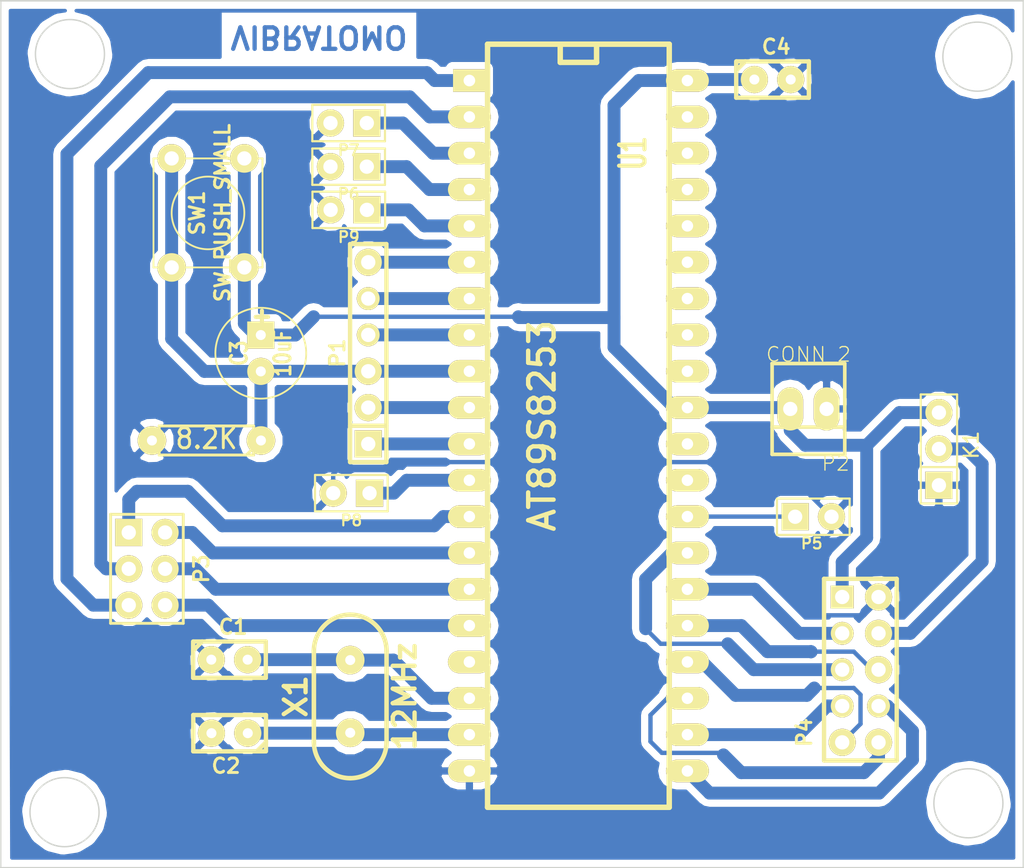
<source format=kicad_pcb>
(kicad_pcb (version 3) (host pcbnew "(2013-07-07 BZR 4022)-stable")

  (general
    (links 53)
    (no_connects 0)
    (area 185.769999 39.679999 257.350001 100.380001)
    (thickness 1.6)
    (drawings 11)
    (tracks 200)
    (zones 0)
    (modules 18)
    (nets 30)
  )

  (page A3)
  (layers
    (15 F.Cu signal)
    (0 B.Cu signal)
    (16 B.Adhes user)
    (17 F.Adhes user)
    (18 B.Paste user)
    (19 F.Paste user)
    (20 B.SilkS user)
    (21 F.SilkS user)
    (22 B.Mask user)
    (23 F.Mask user)
    (24 Dwgs.User user)
    (25 Cmts.User user)
    (26 Eco1.User user)
    (27 Eco2.User user)
    (28 Edge.Cuts user)
  )

  (setup
    (last_trace_width 0.9)
    (trace_clearance 0.3048)
    (zone_clearance 0.508)
    (zone_45_only no)
    (trace_min 0.254)
    (segment_width 0.2)
    (edge_width 0.1)
    (via_size 1.524)
    (via_drill 0.635)
    (via_min_size 0.889)
    (via_min_drill 0.508)
    (uvia_size 0.508)
    (uvia_drill 0.127)
    (uvias_allowed no)
    (uvia_min_size 0.508)
    (uvia_min_drill 0.127)
    (pcb_text_width 0.3)
    (pcb_text_size 1.5 1.5)
    (mod_edge_width 0.15)
    (mod_text_size 1 1)
    (mod_text_width 0.15)
    (pad_size 1.9 1.9)
    (pad_drill 0.7)
    (pad_to_mask_clearance 0)
    (aux_axis_origin 0 0)
    (visible_elements 7FFFFFFF)
    (pcbplotparams
      (layerselection 3178497)
      (usegerberextensions true)
      (excludeedgelayer true)
      (linewidth 0.150000)
      (plotframeref false)
      (viasonmask false)
      (mode 1)
      (useauxorigin false)
      (hpglpennumber 1)
      (hpglpenspeed 20)
      (hpglpendiameter 15)
      (hpglpenoverlay 2)
      (psnegative false)
      (psa4output false)
      (plotreference true)
      (plotvalue true)
      (plotothertext true)
      (plotinvisibletext false)
      (padsonsilk false)
      (subtractmaskfromsilk false)
      (outputformat 1)
      (mirror false)
      (drillshape 1)
      (scaleselection 1)
      (outputdirectory ""))
  )

  (net 0 "")
  (net 1 BOTON_ABAJO)
  (net 2 BOTON_ARRIBA)
  (net 3 CONTRASTE)
  (net 4 D4)
  (net 5 D5)
  (net 6 D6)
  (net 7 D7)
  (net 8 DIR)
  (net 9 ENA)
  (net 10 FAUL)
  (net 11 GND)
  (net 12 HOME)
  (net 13 INICIAR)
  (net 14 MISO)
  (net 15 MOSI)
  (net 16 N-0000032)
  (net 17 N-0000033)
  (net 18 OK)
  (net 19 RESET)
  (net 20 RESET1)
  (net 21 RS)
  (net 22 RW)
  (net 23 RXD)
  (net 24 SCK)
  (net 25 SLEEP)
  (net 26 STEP)
  (net 27 STOP_EMERGENCIA)
  (net 28 TXD)
  (net 29 VCC)

  (net_class Default "This is the default net class."
    (clearance 0.3048)
    (trace_width 0.9)
    (via_dia 1.524)
    (via_drill 0.635)
    (uvia_dia 0.508)
    (uvia_drill 0.127)
    (add_net "")
    (add_net BOTON_ABAJO)
    (add_net BOTON_ARRIBA)
    (add_net CONTRASTE)
    (add_net D4)
    (add_net D5)
    (add_net D6)
    (add_net D7)
    (add_net DIR)
    (add_net ENA)
    (add_net FAUL)
    (add_net GND)
    (add_net HOME)
    (add_net INICIAR)
    (add_net MISO)
    (add_net MOSI)
    (add_net N-0000032)
    (add_net N-0000033)
    (add_net OK)
    (add_net RESET)
    (add_net RESET1)
    (add_net RS)
    (add_net RW)
    (add_net RXD)
    (add_net SCK)
    (add_net SLEEP)
    (add_net STEP)
    (add_net STOP_EMERGENCIA)
    (add_net TXD)
    (add_net VCC)
  )

  (module PIN_ARRAY_5x2 (layer F.Cu) (tedit 539FCBCF) (tstamp 5390CBB9)
    (at 249.1188 88.3144 270)
    (descr "Double rangee de contacts 2 x 5 pins")
    (tags CONN)
    (path /5378F7FC)
    (fp_text reference P4 (at 4.39052 3.91736 270) (layer F.SilkS)
      (effects (font (size 1.016 1.016) (thickness 0.2032)))
    )
    (fp_text value CONN_5X2 (at 0 -3.81 270) (layer F.SilkS) hide
      (effects (font (size 1.016 1.016) (thickness 0.2032)))
    )
    (fp_line (start -6.35 -2.54) (end 6.35 -2.54) (layer F.SilkS) (width 0.3048))
    (fp_line (start 6.35 -2.54) (end 6.35 2.54) (layer F.SilkS) (width 0.3048))
    (fp_line (start 6.35 2.54) (end -6.35 2.54) (layer F.SilkS) (width 0.3048))
    (fp_line (start -6.35 2.54) (end -6.35 -2.54) (layer F.SilkS) (width 0.3048))
    (pad 1 thru_hole rect (at -5.08 1.27 270) (size 1.6 1.6) (drill 1)
      (layers *.Cu *.Mask F.SilkS)
      (net 29 VCC)
    )
    (pad 2 thru_hole circle (at -5.08 -1.27 270) (size 1.9 1.9) (drill 1)
      (layers *.Cu *.Mask F.SilkS)
      (net 11 GND)
    )
    (pad 3 thru_hole circle (at -2.54 1.27 270) (size 1.6 1.6) (drill 1)
      (layers *.Cu *.Mask F.SilkS)
      (net 21 RS)
    )
    (pad 4 thru_hole circle (at -2.54 -1.27 270) (size 1.9 1.9) (drill 1)
      (layers *.Cu *.Mask F.SilkS)
      (net 3 CONTRASTE)
    )
    (pad 5 thru_hole circle (at 0 1.27 270) (size 1.6 1.6) (drill 1)
      (layers *.Cu *.Mask F.SilkS)
      (net 9 ENA)
    )
    (pad 6 thru_hole circle (at 0 -1.27 270) (size 1.9 1.9) (drill 1)
      (layers *.Cu *.Mask F.SilkS)
      (net 22 RW)
    )
    (pad 7 thru_hole circle (at 2.54 1.27 270) (size 1.6 1.6) (drill 1)
      (layers *.Cu *.Mask F.SilkS)
      (net 5 D5)
    )
    (pad 8 thru_hole circle (at 2.54 -1.27 270) (size 1.6 1.6) (drill 1)
      (layers *.Cu *.Mask F.SilkS)
      (net 4 D4)
    )
    (pad 9 thru_hole circle (at 5.08 1.27 270) (size 1.9 1.9) (drill 1)
      (layers *.Cu *.Mask F.SilkS)
      (net 7 D7)
    )
    (pad 10 thru_hole circle (at 5.08 -1.27 270) (size 1.9 1.9) (drill 1)
      (layers *.Cu *.Mask F.SilkS)
      (net 6 D6)
    )
    (model pin_array/pins_array_5x2.wrl
      (at (xyz 0 0 0))
      (scale (xyz 1 1 1))
      (rotate (xyz 0 0 0))
    )
  )

  (module pin_array_3x2 (layer F.Cu) (tedit 539FC82A) (tstamp 5390D765)
    (at 199.2488 81.2644 270)
    (descr "Double rangee de contacts 2 x 4 pins")
    (tags CONN)
    (path /5377FBA3)
    (fp_text reference P3 (at 0 -3.81 270) (layer F.SilkS)
      (effects (font (size 1.016 1.016) (thickness 0.2032)))
    )
    (fp_text value CONN_3X2 (at 0 3.81 270) (layer F.SilkS) hide
      (effects (font (size 1.016 1.016) (thickness 0.2032)))
    )
    (fp_line (start 3.81 2.54) (end -3.81 2.54) (layer F.SilkS) (width 0.2032))
    (fp_line (start -3.81 -2.54) (end 3.81 -2.54) (layer F.SilkS) (width 0.2032))
    (fp_line (start 3.81 -2.54) (end 3.81 2.54) (layer F.SilkS) (width 0.2032))
    (fp_line (start -3.81 2.54) (end -3.81 -2.54) (layer F.SilkS) (width 0.2032))
    (pad 1 thru_hole rect (at -2.54 1.27 270) (size 1.9 1.9) (drill 1)
      (layers *.Cu *.Mask F.SilkS)
      (net 26 STEP)
    )
    (pad 2 thru_hole circle (at -2.54 -1.27 270) (size 1.9 1.9) (drill 1)
      (layers *.Cu *.Mask F.SilkS)
      (net 12 HOME)
    )
    (pad 3 thru_hole circle (at 0 1.27 270) (size 1.9 1.9) (drill 1)
      (layers *.Cu *.Mask F.SilkS)
      (net 8 DIR)
    )
    (pad 4 thru_hole circle (at 0 -1.27 270) (size 1.9 1.9) (drill 1)
      (layers *.Cu *.Mask F.SilkS)
      (net 19 RESET)
    )
    (pad 5 thru_hole circle (at 2.54 1.27 270) (size 1.9 1.9) (drill 1)
      (layers *.Cu *.Mask F.SilkS)
      (net 10 FAUL)
    )
    (pad 6 thru_hole circle (at 2.54 -1.27 270) (size 1.9 1.9) (drill 1)
      (layers *.Cu *.Mask F.SilkS)
      (net 25 SLEEP)
    )
    (model pin_array/pins_array_3x2.wrl
      (at (xyz 0 0 0))
      (scale (xyz 1 1 1))
      (rotate (xyz 0 0 0))
    )
  )

  (module PIN_ARRAY_3X1 (layer F.Cu) (tedit 539FC7DE) (tstamp 5390CBD3)
    (at 254.6088 72.8844 90)
    (descr "Connecteur 3 pins")
    (tags "CONN DEV")
    (path /5378F8A9)
    (fp_text reference K1 (at 0.27088 2.25632 90) (layer F.SilkS)
      (effects (font (size 1.016 1.016) (thickness 0.1524)))
    )
    (fp_text value CONN_3 (at 0 -2.159 90) (layer F.SilkS) hide
      (effects (font (size 1.016 1.016) (thickness 0.1524)))
    )
    (fp_line (start -3.81 1.27) (end -3.81 -1.27) (layer F.SilkS) (width 0.1524))
    (fp_line (start -3.81 -1.27) (end 3.81 -1.27) (layer F.SilkS) (width 0.1524))
    (fp_line (start 3.81 -1.27) (end 3.81 1.27) (layer F.SilkS) (width 0.1524))
    (fp_line (start 3.81 1.27) (end -3.81 1.27) (layer F.SilkS) (width 0.1524))
    (fp_line (start -1.27 -1.27) (end -1.27 1.27) (layer F.SilkS) (width 0.1524))
    (pad 1 thru_hole rect (at -2.54 0 90) (size 1.9 1.9) (drill 1)
      (layers *.Cu *.Mask F.SilkS)
      (net 11 GND)
    )
    (pad 2 thru_hole circle (at 0 0 90) (size 1.9 1.9) (drill 1)
      (layers *.Cu *.Mask F.SilkS)
      (net 3 CONTRASTE)
    )
    (pad 3 thru_hole circle (at 2.54 0 90) (size 1.9 1.9) (drill 1)
      (layers *.Cu *.Mask F.SilkS)
      (net 29 VCC)
    )
    (model pin_array/pins_array_3x1.wrl
      (at (xyz 0 0 0))
      (scale (xyz 1 1 1))
      (rotate (xyz 0 0 0))
    )
  )

  (module PIN_ARRAY_2X1 (layer F.Cu) (tedit 4565C520) (tstamp 5390CBE7)
    (at 213.3488 53.1544 180)
    (descr "Connecteurs 2 pins")
    (tags "CONN DEV")
    (path /5378F672)
    (fp_text reference P6 (at 0 -1.905 180) (layer F.SilkS)
      (effects (font (size 0.762 0.762) (thickness 0.1524)))
    )
    (fp_text value CONN_2 (at 0 -1.905 180) (layer F.SilkS) hide
      (effects (font (size 0.762 0.762) (thickness 0.1524)))
    )
    (fp_line (start -2.54 1.27) (end -2.54 -1.27) (layer F.SilkS) (width 0.1524))
    (fp_line (start -2.54 -1.27) (end 2.54 -1.27) (layer F.SilkS) (width 0.1524))
    (fp_line (start 2.54 -1.27) (end 2.54 1.27) (layer F.SilkS) (width 0.1524))
    (fp_line (start 2.54 1.27) (end -2.54 1.27) (layer F.SilkS) (width 0.1524))
    (pad 1 thru_hole rect (at -1.27 0 180) (size 1.9 1.9) (drill 1)
      (layers *.Cu *.Mask F.SilkS)
      (net 2 BOTON_ARRIBA)
    )
    (pad 2 thru_hole circle (at 1.27 0 180) (size 1.9 1.9) (drill 1)
      (layers *.Cu *.Mask F.SilkS)
      (net 11 GND)
    )
    (model pin_array/pins_array_2x1.wrl
      (at (xyz 0 0 0))
      (scale (xyz 1 1 1))
      (rotate (xyz 0 0 0))
    )
  )

  (module PIN_ARRAY_2X1 (layer F.Cu) (tedit 5390DA77) (tstamp 5390CBF1)
    (at 213.3488 50.1044 180)
    (descr "Connecteurs 2 pins")
    (tags "CONN DEV")
    (path /5378F678)
    (fp_text reference P7 (at 0 -1.905 180) (layer F.SilkS)
      (effects (font (size 0.762 0.762) (thickness 0.1524)))
    )
    (fp_text value CONN_2 (at 0 -1.905 180) (layer F.SilkS) hide
      (effects (font (size 0.762 0.762) (thickness 0.1524)))
    )
    (fp_line (start -2.54 1.27) (end -2.54 -1.27) (layer F.SilkS) (width 0.1524))
    (fp_line (start -2.54 -1.27) (end 2.54 -1.27) (layer F.SilkS) (width 0.1524))
    (fp_line (start 2.54 -1.27) (end 2.54 1.27) (layer F.SilkS) (width 0.1524))
    (fp_line (start 2.54 1.27) (end -2.54 1.27) (layer F.SilkS) (width 0.1524))
    (pad 1 thru_hole rect (at -1.27 0 180) (size 1.9 1.9) (drill 1)
      (layers *.Cu *.Mask F.SilkS)
      (net 1 BOTON_ABAJO)
    )
    (pad 2 thru_hole circle (at 1.27 0 180) (size 1.9 1.9) (drill 1)
      (layers *.Cu *.Mask F.SilkS)
      (net 11 GND)
    )
    (model pin_array/pins_array_2x1.wrl
      (at (xyz 0 0 0))
      (scale (xyz 1 1 1))
      (rotate (xyz 0 0 0))
    )
  )

  (module PIN_ARRAY_2X1 (layer F.Cu) (tedit 4565C520) (tstamp 5390CBFB)
    (at 213.5388 75.9744 180)
    (descr "Connecteurs 2 pins")
    (tags "CONN DEV")
    (path /5378F67E)
    (fp_text reference P8 (at 0 -1.905 180) (layer F.SilkS)
      (effects (font (size 0.762 0.762) (thickness 0.1524)))
    )
    (fp_text value CONN_2 (at 0 -1.905 180) (layer F.SilkS) hide
      (effects (font (size 0.762 0.762) (thickness 0.1524)))
    )
    (fp_line (start -2.54 1.27) (end -2.54 -1.27) (layer F.SilkS) (width 0.1524))
    (fp_line (start -2.54 -1.27) (end 2.54 -1.27) (layer F.SilkS) (width 0.1524))
    (fp_line (start 2.54 -1.27) (end 2.54 1.27) (layer F.SilkS) (width 0.1524))
    (fp_line (start 2.54 1.27) (end -2.54 1.27) (layer F.SilkS) (width 0.1524))
    (pad 1 thru_hole rect (at -1.27 0 180) (size 1.9 1.9) (drill 1)
      (layers *.Cu *.Mask F.SilkS)
      (net 27 STOP_EMERGENCIA)
    )
    (pad 2 thru_hole circle (at 1.27 0 180) (size 1.9 1.9) (drill 1)
      (layers *.Cu *.Mask F.SilkS)
      (net 11 GND)
    )
    (model pin_array/pins_array_2x1.wrl
      (at (xyz 0 0 0))
      (scale (xyz 1 1 1))
      (rotate (xyz 0 0 0))
    )
  )

  (module PIN_ARRAY_2X1 (layer F.Cu) (tedit 53986556) (tstamp 5390CC05)
    (at 245.8288 77.6244)
    (descr "Connecteurs 2 pins")
    (tags "CONN DEV")
    (path /5378F6BE)
    (fp_text reference P5 (at -0.11174 1.86998) (layer F.SilkS)
      (effects (font (size 0.762 0.762) (thickness 0.1524)))
    )
    (fp_text value CONN_2 (at 0 -1.905) (layer F.SilkS) hide
      (effects (font (size 0.762 0.762) (thickness 0.1524)))
    )
    (fp_line (start -2.54 1.27) (end -2.54 -1.27) (layer F.SilkS) (width 0.1524))
    (fp_line (start -2.54 -1.27) (end 2.54 -1.27) (layer F.SilkS) (width 0.1524))
    (fp_line (start 2.54 -1.27) (end 2.54 1.27) (layer F.SilkS) (width 0.1524))
    (fp_line (start 2.54 1.27) (end -2.54 1.27) (layer F.SilkS) (width 0.1524))
    (pad 1 thru_hole rect (at -1.27 0) (size 1.9 1.9) (drill 1)
      (layers *.Cu *.Mask F.SilkS)
      (net 18 OK)
    )
    (pad 2 thru_hole circle (at 1.27 0) (size 1.9 1.9) (drill 1)
      (layers *.Cu *.Mask F.SilkS)
      (net 11 GND)
    )
    (model pin_array/pins_array_2x1.wrl
      (at (xyz 0 0 0))
      (scale (xyz 1 1 1))
      (rotate (xyz 0 0 0))
    )
  )

  (module PIN_ARRAY-6X1 (layer F.Cu) (tedit 539FC875) (tstamp 539DE85A)
    (at 214.7188 66.1844 90)
    (descr "Connecteur 6 pins")
    (tags "CONN DEV")
    (path /53779406)
    (fp_text reference P1 (at 0 -2.159 90) (layer F.SilkS)
      (effects (font (size 1.016 1.016) (thickness 0.2032)))
    )
    (fp_text value CONN_6 (at 0 2.159 90) (layer F.SilkS) hide
      (effects (font (size 1.016 0.889) (thickness 0.2032)))
    )
    (fp_line (start -7.62 1.27) (end -7.62 -1.27) (layer F.SilkS) (width 0.3048))
    (fp_line (start -7.62 -1.27) (end 7.62 -1.27) (layer F.SilkS) (width 0.3048))
    (fp_line (start 7.62 -1.27) (end 7.62 1.27) (layer F.SilkS) (width 0.3048))
    (fp_line (start 7.62 1.27) (end -7.62 1.27) (layer F.SilkS) (width 0.3048))
    (fp_line (start -5.08 1.27) (end -5.08 -1.27) (layer F.SilkS) (width 0.3048))
    (pad 1 thru_hole rect (at -6.35 0 90) (size 1.9 1.9) (drill 1)
      (layers *.Cu *.Mask F.SilkS)
      (net 28 TXD)
    )
    (pad 2 thru_hole circle (at -3.81 0 90) (size 1.9 1.9) (drill 1)
      (layers *.Cu *.Mask F.SilkS)
      (net 23 RXD)
    )
    (pad 3 thru_hole circle (at -1.27 0 90) (size 1.9 1.9) (drill 1)
      (layers *.Cu *.Mask F.SilkS)
      (net 20 RESET1)
    )
    (pad 4 thru_hole circle (at 1.27 0 90) (size 1.6 1.6) (drill 1)
      (layers *.Cu *.Mask F.SilkS)
      (net 24 SCK)
    )
    (pad 5 thru_hole circle (at 3.81 0 90) (size 1.6 1.6) (drill 1)
      (layers *.Cu *.Mask F.SilkS)
      (net 14 MISO)
    )
    (pad 6 thru_hole circle (at 6.35 0 90) (size 1.9 1.9) (drill 1)
      (layers *.Cu *.Mask F.SilkS)
      (net 15 MOSI)
    )
    (model pin_array/pins_array_6x1.wrl
      (at (xyz 0 0 0))
      (scale (xyz 1 1 1))
      (rotate (xyz 0 0 0))
    )
  )

  (module HC-49V (layer F.Cu) (tedit 539DE79B) (tstamp 539FC72D)
    (at 213.4588 90.1844 90)
    (descr "Quartz boitier HC-49 Vertical")
    (tags "QUARTZ DEV")
    (path /53778F1C)
    (autoplace_cost180 10)
    (fp_text reference X1 (at 0 -3.81 90) (layer F.SilkS)
      (effects (font (size 1.524 1.524) (thickness 0.3048)))
    )
    (fp_text value 12MHz (at 0 3.81 90) (layer F.SilkS)
      (effects (font (size 1.524 1.524) (thickness 0.3048)))
    )
    (fp_line (start -3.175 2.54) (end 3.175 2.54) (layer F.SilkS) (width 0.3175))
    (fp_line (start -3.175 -2.54) (end 3.175 -2.54) (layer F.SilkS) (width 0.3175))
    (fp_arc (start 3.175 0) (end 3.175 -2.54) (angle 90) (layer F.SilkS) (width 0.3175))
    (fp_arc (start 3.175 0) (end 5.715 0) (angle 90) (layer F.SilkS) (width 0.3175))
    (fp_arc (start -3.175 0) (end -5.715 0) (angle 90) (layer F.SilkS) (width 0.3175))
    (fp_arc (start -3.175 0) (end -3.175 2.54) (angle 90) (layer F.SilkS) (width 0.3175))
    (pad 1 thru_hole circle (at -2.54 0 90) (size 2 2) (drill 0.7)
      (layers *.Cu *.Mask F.SilkS)
      (net 16 N-0000032)
    )
    (pad 2 thru_hole circle (at 2.54 0 90) (size 2 2) (drill 0.7)
      (layers *.Cu *.Mask F.SilkS)
      (net 17 N-0000033)
    )
    (model discret/xtal/crystal_hc18u_vertical.wrl
      (at (xyz 0 0 0))
      (scale (xyz 1 1 0.2))
      (rotate (xyz 0 0 0))
    )
  )

  (module C1 (layer F.Cu) (tedit 5390D91C) (tstamp 5390CC65)
    (at 205.0288 92.75318 180)
    (descr "Condensateur e = 1 pas")
    (tags C)
    (path /53778F38)
    (fp_text reference C2 (at 0.254 -2.286 180) (layer F.SilkS)
      (effects (font (size 1.016 1.016) (thickness 0.2032)))
    )
    (fp_text value 27p (at 0 -2.286 180) (layer F.SilkS) hide
      (effects (font (size 1.016 1.016) (thickness 0.2032)))
    )
    (fp_line (start -2.4892 -1.27) (end 2.54 -1.27) (layer F.SilkS) (width 0.3048))
    (fp_line (start 2.54 -1.27) (end 2.54 1.27) (layer F.SilkS) (width 0.3048))
    (fp_line (start 2.54 1.27) (end -2.54 1.27) (layer F.SilkS) (width 0.3048))
    (fp_line (start -2.54 1.27) (end -2.54 -1.27) (layer F.SilkS) (width 0.3048))
    (fp_line (start -2.54 -0.635) (end -1.905 -1.27) (layer F.SilkS) (width 0.3048))
    (pad 1 thru_hole circle (at -1.27 0 180) (size 1.9 1.9) (drill 0.7)
      (layers *.Cu *.Mask F.SilkS)
      (net 16 N-0000032)
    )
    (pad 2 thru_hole circle (at 1.27 0 180) (size 1.9 1.9) (drill 0.7)
      (layers *.Cu *.Mask F.SilkS)
      (net 11 GND)
    )
    (model discret/capa_1_pas.wrl
      (at (xyz 0 0 0))
      (scale (xyz 1 1 1))
      (rotate (xyz 0 0 0))
    )
  )

  (module C1 (layer F.Cu) (tedit 539FCD0B) (tstamp 5390CC70)
    (at 205.01864 87.61476)
    (descr "Condensateur e = 1 pas")
    (tags C)
    (path /53778F2B)
    (fp_text reference C1 (at 0.254 -2.286) (layer F.SilkS)
      (effects (font (size 1.016 1.016) (thickness 0.2032)))
    )
    (fp_text value 27p (at 0 -2.286) (layer F.SilkS) hide
      (effects (font (size 1.016 1.016) (thickness 0.2032)))
    )
    (fp_line (start -2.4892 -1.27) (end 2.54 -1.27) (layer F.SilkS) (width 0.3048))
    (fp_line (start 2.54 -1.27) (end 2.54 1.27) (layer F.SilkS) (width 0.3048))
    (fp_line (start 2.54 1.27) (end -2.54 1.27) (layer F.SilkS) (width 0.3048))
    (fp_line (start -2.54 1.27) (end -2.54 -1.27) (layer F.SilkS) (width 0.3048))
    (fp_line (start -2.54 -0.635) (end -1.905 -1.27) (layer F.SilkS) (width 0.3048))
    (pad 1 thru_hole circle (at -1.27 0) (size 1.9 1.9) (drill 0.7)
      (layers *.Cu *.Mask F.SilkS)
      (net 11 GND)
    )
    (pad 2 thru_hole circle (at 1.27 0) (size 1.9 1.9) (drill 0.7)
      (layers *.Cu *.Mask F.SilkS)
      (net 17 N-0000033)
    )
    (model discret/capa_1_pas.wrl
      (at (xyz 0 0 0))
      (scale (xyz 1 1 1))
      (rotate (xyz 0 0 0))
    )
  )

  (module PIN_ARRAY_2X1 (layer F.Cu) (tedit 4565C520) (tstamp 5390CE5D)
    (at 213.3588 56.1744 180)
    (descr "Connecteurs 2 pins")
    (tags "CONN DEV")
    (path /5390C7B4)
    (fp_text reference P9 (at 0 -1.905 180) (layer F.SilkS)
      (effects (font (size 0.762 0.762) (thickness 0.1524)))
    )
    (fp_text value CONN_2 (at 0 -1.905 180) (layer F.SilkS) hide
      (effects (font (size 0.762 0.762) (thickness 0.1524)))
    )
    (fp_line (start -2.54 1.27) (end -2.54 -1.27) (layer F.SilkS) (width 0.1524))
    (fp_line (start -2.54 -1.27) (end 2.54 -1.27) (layer F.SilkS) (width 0.1524))
    (fp_line (start 2.54 -1.27) (end 2.54 1.27) (layer F.SilkS) (width 0.1524))
    (fp_line (start 2.54 1.27) (end -2.54 1.27) (layer F.SilkS) (width 0.1524))
    (pad 1 thru_hole rect (at -1.27 0 180) (size 1.9 1.9) (drill 1)
      (layers *.Cu *.Mask F.SilkS)
      (net 13 INICIAR)
    )
    (pad 2 thru_hole circle (at 1.27 0 180) (size 1.9 1.9) (drill 1)
      (layers *.Cu *.Mask F.SilkS)
      (net 11 GND)
    )
    (model pin_array/pins_array_2x1.wrl
      (at (xyz 0 0 0))
      (scale (xyz 1 1 1))
      (rotate (xyz 0 0 0))
    )
  )

  (module R3 (layer F.Cu) (tedit 539FC835) (tstamp 5390D0FD)
    (at 203.4088 72.2944 180)
    (descr "Resitance 3 pas")
    (tags R)
    (path /5377974C)
    (autoplace_cost180 10)
    (fp_text reference R1 (at 0 0.127 180) (layer F.SilkS) hide
      (effects (font (size 1.397 1.27) (thickness 0.2032)))
    )
    (fp_text value 8.2K (at 0 0.127 180) (layer F.SilkS)
      (effects (font (size 1.397 1.27) (thickness 0.2032)))
    )
    (fp_line (start -3.81 0) (end -3.302 0) (layer F.SilkS) (width 0.2032))
    (fp_line (start 3.81 0) (end 3.302 0) (layer F.SilkS) (width 0.2032))
    (fp_line (start 3.302 0) (end 3.302 -1.016) (layer F.SilkS) (width 0.2032))
    (fp_line (start 3.302 -1.016) (end -3.302 -1.016) (layer F.SilkS) (width 0.2032))
    (fp_line (start -3.302 -1.016) (end -3.302 1.016) (layer F.SilkS) (width 0.2032))
    (fp_line (start -3.302 1.016) (end 3.302 1.016) (layer F.SilkS) (width 0.2032))
    (fp_line (start 3.302 1.016) (end 3.302 0) (layer F.SilkS) (width 0.2032))
    (fp_line (start -3.302 -0.508) (end -2.794 -1.016) (layer F.SilkS) (width 0.2032))
    (pad 1 thru_hole circle (at -3.81 0 180) (size 2 2) (drill 0.7)
      (layers *.Cu *.Mask F.SilkS)
      (net 20 RESET1)
    )
    (pad 2 thru_hole circle (at 3.81 0 180) (size 2 2) (drill 0.7)
      (layers *.Cu *.Mask F.SilkS)
      (net 11 GND)
    )
    (model discret/resistor.wrl
      (at (xyz 0 0 0))
      (scale (xyz 0.3 0.3 0.3))
      (rotate (xyz 0 0 0))
    )
  )

  (module C1V7 (layer F.Cu) (tedit 539FC845) (tstamp 5390CF1E)
    (at 207.2088 66.1944 270)
    (path /5377973D)
    (fp_text reference C3 (at 0 1.524 270) (layer F.SilkS)
      (effects (font (size 1.143 0.889) (thickness 0.2032)))
    )
    (fp_text value 10uF (at 0 -1.524 270) (layer F.SilkS)
      (effects (font (size 1.143 0.889) (thickness 0.2032)))
    )
    (fp_text user + (at -2.54 0 270) (layer F.SilkS)
      (effects (font (size 1.143 1.143) (thickness 0.3048)))
    )
    (fp_circle (center 0 0) (end 3.175 0) (layer F.SilkS) (width 0.127))
    (pad 1 thru_hole rect (at -1.27 0 270) (size 1.9 1.9) (drill 0.7)
      (layers *.Cu *.Mask F.SilkS)
      (net 29 VCC)
    )
    (pad 2 thru_hole circle (at 1.27 0 270) (size 1.9 1.9) (drill 0.7)
      (layers *.Cu *.Mask F.SilkS)
      (net 20 RESET1)
    )
    (model discret/c_vert_c1v7.wrl
      (at (xyz 0 0 0))
      (scale (xyz 1 1 1))
      (rotate (xyz 0 0 0))
    )
  )

  (module DIP-40__600_ELL (layer F.Cu) (tedit 539FC77E) (tstamp 5390DE70)
    (at 229.4088 71.2644 270)
    (descr "Module Dil 40 pins, pads elliptiques, e=600 mils")
    (tags DIL)
    (path /53778EA8)
    (fp_text reference U1 (at -19.05 -3.81 270) (layer F.SilkS)
      (effects (font (size 1.778 1.143) (thickness 0.3048)))
    )
    (fp_text value AT89S8253 (at 0 2.54 270) (layer F.SilkS)
      (effects (font (size 1.778 1.778) (thickness 0.3048)))
    )
    (fp_line (start -26.67 -1.27) (end -25.4 -1.27) (layer F.SilkS) (width 0.381))
    (fp_line (start -25.4 -1.27) (end -25.4 1.27) (layer F.SilkS) (width 0.381))
    (fp_line (start -25.4 1.27) (end -26.67 1.27) (layer F.SilkS) (width 0.381))
    (fp_line (start -26.67 -6.35) (end 26.67 -6.35) (layer F.SilkS) (width 0.381))
    (fp_line (start 26.67 -6.35) (end 26.67 6.35) (layer F.SilkS) (width 0.381))
    (fp_line (start 26.67 6.35) (end -26.67 6.35) (layer F.SilkS) (width 0.381))
    (fp_line (start -26.67 6.35) (end -26.67 -6.35) (layer F.SilkS) (width 0.381))
    (pad 1 thru_hole rect (at -24.13 7.62 270) (size 1.5748 2.286) (drill 0.8128)
      (layers *.Cu *.Mask F.SilkS)
      (net 10 FAUL)
    )
    (pad 2 thru_hole oval (at -21.59 7.62 270) (size 1.5748 3) (drill 0.8)
      (layers *.Cu *.Mask F.SilkS)
      (net 8 DIR)
    )
    (pad 3 thru_hole oval (at -19.05 7.62 270) (size 1.5748 3) (drill 0.8)
      (layers *.Cu *.Mask F.SilkS)
      (net 1 BOTON_ABAJO)
    )
    (pad 4 thru_hole oval (at -16.51 7.62 270) (size 1.5748 3) (drill 0.8)
      (layers *.Cu *.Mask F.SilkS)
      (net 2 BOTON_ARRIBA)
    )
    (pad 5 thru_hole oval (at -13.97 7.62 270) (size 1.5748 3) (drill 0.8)
      (layers *.Cu *.Mask F.SilkS)
      (net 13 INICIAR)
    )
    (pad 6 thru_hole oval (at -11.43 7.62 270) (size 1.5748 3) (drill 0.8)
      (layers *.Cu *.Mask F.SilkS)
      (net 15 MOSI)
    )
    (pad 7 thru_hole oval (at -8.89 7.62 270) (size 1.5748 3) (drill 0.8)
      (layers *.Cu *.Mask F.SilkS)
      (net 14 MISO)
    )
    (pad 8 thru_hole oval (at -6.35 7.62 270) (size 1.5748 3) (drill 0.8)
      (layers *.Cu *.Mask F.SilkS)
      (net 24 SCK)
    )
    (pad 9 thru_hole oval (at -3.81 7.62 270) (size 1.5748 3) (drill 0.8)
      (layers *.Cu *.Mask F.SilkS)
      (net 20 RESET1)
    )
    (pad 10 thru_hole oval (at -1.27 7.62 270) (size 1.5748 3) (drill 0.8)
      (layers *.Cu *.Mask F.SilkS)
      (net 23 RXD)
    )
    (pad 11 thru_hole oval (at 1.27 7.62 270) (size 1.5748 3) (drill 0.8)
      (layers *.Cu *.Mask F.SilkS)
      (net 28 TXD)
    )
    (pad 12 thru_hole oval (at 3.81 7.62 270) (size 1.5748 3) (drill 0.8)
      (layers *.Cu *.Mask F.SilkS)
      (net 27 STOP_EMERGENCIA)
    )
    (pad 13 thru_hole oval (at 6.35 7.62 270) (size 1.5748 3) (drill 0.8)
      (layers *.Cu *.Mask F.SilkS)
      (net 26 STEP)
    )
    (pad 14 thru_hole oval (at 8.89 7.62 270) (size 1.5748 3) (drill 0.8)
      (layers *.Cu *.Mask F.SilkS)
      (net 12 HOME)
    )
    (pad 15 thru_hole oval (at 11.43 7.62 270) (size 1.5748 3) (drill 0.8)
      (layers *.Cu *.Mask F.SilkS)
      (net 19 RESET)
    )
    (pad 16 thru_hole oval (at 13.97 7.62 270) (size 1.5748 3) (drill 0.8)
      (layers *.Cu *.Mask F.SilkS)
      (net 25 SLEEP)
    )
    (pad 17 thru_hole oval (at 16.51 7.62 270) (size 1.5748 3) (drill 0.8)
      (layers *.Cu *.Mask F.SilkS)
    )
    (pad 18 thru_hole oval (at 19.05 7.62 270) (size 1.5748 3) (drill 0.8)
      (layers *.Cu *.Mask F.SilkS)
      (net 17 N-0000033)
    )
    (pad 19 thru_hole oval (at 21.59 7.62 270) (size 1.5748 3) (drill 0.8)
      (layers *.Cu *.Mask F.SilkS)
      (net 16 N-0000032)
    )
    (pad 20 thru_hole oval (at 24.13 7.62 270) (size 1.5748 3) (drill 0.8)
      (layers *.Cu *.Mask F.SilkS)
      (net 11 GND)
    )
    (pad 21 thru_hole oval (at 24.13 -7.62 270) (size 1.5748 3) (drill 0.8)
      (layers *.Cu *.Mask F.SilkS)
      (net 4 D4)
    )
    (pad 22 thru_hole oval (at 21.59 -7.62 270) (size 1.5748 3) (drill 0.8)
      (layers *.Cu *.Mask F.SilkS)
      (net 5 D5)
    )
    (pad 23 thru_hole oval (at 19.05 -7.62 270) (size 1.5748 3) (drill 0.8)
      (layers *.Cu *.Mask F.SilkS)
      (net 6 D6)
    )
    (pad 24 thru_hole oval (at 16.51 -7.62 270) (size 1.5748 3) (drill 0.8)
      (layers *.Cu *.Mask F.SilkS)
      (net 7 D7)
    )
    (pad 25 thru_hole oval (at 13.97 -7.62 270) (size 1.5748 3) (drill 0.8)
      (layers *.Cu *.Mask F.SilkS)
      (net 22 RW)
    )
    (pad 26 thru_hole oval (at 11.43 -7.62 270) (size 1.5748 3) (drill 0.8)
      (layers *.Cu *.Mask F.SilkS)
      (net 21 RS)
    )
    (pad 27 thru_hole oval (at 8.89 -7.62 270) (size 1.5748 3) (drill 0.8)
      (layers *.Cu *.Mask F.SilkS)
      (net 9 ENA)
    )
    (pad 28 thru_hole oval (at 6.35 -7.62 270) (size 1.5748 3) (drill 0.8)
      (layers *.Cu *.Mask F.SilkS)
      (net 18 OK)
    )
    (pad 29 thru_hole oval (at 3.81 -7.62 270) (size 1.5748 3) (drill 0.8)
      (layers *.Cu *.Mask F.SilkS)
    )
    (pad 30 thru_hole oval (at 1.27 -7.62 270) (size 1.5748 3) (drill 0.8)
      (layers *.Cu *.Mask F.SilkS)
    )
    (pad 31 thru_hole oval (at -1.27 -7.62 270) (size 1.5748 3) (drill 0.8)
      (layers *.Cu *.Mask F.SilkS)
      (net 29 VCC)
    )
    (pad 32 thru_hole oval (at -3.81 -7.62 270) (size 1.5748 3) (drill 0.8)
      (layers *.Cu *.Mask F.SilkS)
    )
    (pad 33 thru_hole oval (at -6.35 -7.62 270) (size 1.5748 3) (drill 0.8)
      (layers *.Cu *.Mask F.SilkS)
    )
    (pad 34 thru_hole oval (at -8.89 -7.62 270) (size 1.5748 3) (drill 0.8)
      (layers *.Cu *.Mask F.SilkS)
    )
    (pad 35 thru_hole oval (at -11.43 -7.62 270) (size 1.5748 3) (drill 0.8)
      (layers *.Cu *.Mask F.SilkS)
    )
    (pad 36 thru_hole oval (at -13.97 -7.62 270) (size 1.5748 3) (drill 0.8)
      (layers *.Cu *.Mask F.SilkS)
    )
    (pad 37 thru_hole oval (at -16.51 -7.62 270) (size 1.5748 3) (drill 0.8)
      (layers *.Cu *.Mask F.SilkS)
    )
    (pad 38 thru_hole oval (at -19.05 -7.62 270) (size 1.5748 3) (drill 0.8)
      (layers *.Cu *.Mask F.SilkS)
    )
    (pad 39 thru_hole oval (at -21.59 -7.62 270) (size 1.5748 3) (drill 0.8)
      (layers *.Cu *.Mask F.SilkS)
    )
    (pad 40 thru_hole oval (at -24.13 -7.62 270) (size 1.5748 3) (drill 0.8)
      (layers *.Cu *.Mask F.SilkS)
      (net 29 VCC)
    )
    (model dil\dil_40-w600.wrl
      (at (xyz 0 0 0))
      (scale (xyz 1 1 1))
      (rotate (xyz 0 0 0))
    )
  )

  (module SW_PUSH_SMALL (layer F.Cu) (tedit 539FC84B) (tstamp 5398632C)
    (at 203.5175 56.388 90)
    (path /539861D6)
    (fp_text reference SW1 (at 0 -0.762 90) (layer F.SilkS)
      (effects (font (size 1.016 1.016) (thickness 0.2032)))
    )
    (fp_text value SW_PUSH_SMALL (at 0 1.016 90) (layer F.SilkS)
      (effects (font (size 1.016 1.016) (thickness 0.2032)))
    )
    (fp_circle (center 0 0) (end 0 -2.54) (layer F.SilkS) (width 0.127))
    (fp_line (start -3.81 -3.81) (end 3.81 -3.81) (layer F.SilkS) (width 0.127))
    (fp_line (start 3.81 -3.81) (end 3.81 3.81) (layer F.SilkS) (width 0.127))
    (fp_line (start 3.81 3.81) (end -3.81 3.81) (layer F.SilkS) (width 0.127))
    (fp_line (start -3.81 -3.81) (end -3.81 3.81) (layer F.SilkS) (width 0.127))
    (pad 1 thru_hole circle (at 3.81 -2.54 90) (size 2 2) (drill 1)
      (layers *.Cu *.Mask F.SilkS)
      (net 20 RESET1)
    )
    (pad 2 thru_hole circle (at 3.81 2.54 90) (size 2 2) (drill 1)
      (layers *.Cu *.Mask F.SilkS)
      (net 29 VCC)
    )
    (pad 1 thru_hole circle (at -3.81 -2.54 90) (size 2 2) (drill 1)
      (layers *.Cu *.Mask F.SilkS)
      (net 20 RESET1)
    )
    (pad 2 thru_hole circle (at -3.81 2.54 90) (size 2 2) (drill 1)
      (layers *.Cu *.Mask F.SilkS)
      (net 29 VCC)
    )
  )

  (module C1 (layer F.Cu) (tedit 539DE8DE) (tstamp 53986503)
    (at 242.97894 47.06366)
    (descr "Condensateur e = 1 pas")
    (tags C)
    (path /539864D5)
    (fp_text reference C4 (at 0.254 -2.286) (layer F.SilkS)
      (effects (font (size 1.016 1.016) (thickness 0.2032)))
    )
    (fp_text value 220n (at 0 -2.286) (layer F.SilkS) hide
      (effects (font (size 1.016 1.016) (thickness 0.2032)))
    )
    (fp_line (start -2.4892 -1.27) (end 2.54 -1.27) (layer F.SilkS) (width 0.3048))
    (fp_line (start 2.54 -1.27) (end 2.54 1.27) (layer F.SilkS) (width 0.3048))
    (fp_line (start 2.54 1.27) (end -2.54 1.27) (layer F.SilkS) (width 0.3048))
    (fp_line (start -2.54 1.27) (end -2.54 -1.27) (layer F.SilkS) (width 0.3048))
    (fp_line (start -2.54 -0.635) (end -1.905 -1.27) (layer F.SilkS) (width 0.3048))
    (pad 1 thru_hole circle (at -1.27 0) (size 1.9 1.9) (drill 0.7)
      (layers *.Cu *.Mask F.SilkS)
      (net 29 VCC)
    )
    (pad 2 thru_hole circle (at 1.27 0) (size 1.9 1.9) (drill 0.7)
      (layers *.Cu *.Mask F.SilkS)
      (net 11 GND)
    )
    (model discret/capa_1_pas.wrl
      (at (xyz 0 0 0))
      (scale (xyz 1 1 1))
      (rotate (xyz 0 0 0))
    )
  )

  (module PINHEAD1-2 (layer F.Cu) (tedit 539FCFF2) (tstamp 539FCFB8)
    (at 245.48846 70.08876 180)
    (path /5377FB6B)
    (attr virtual)
    (fp_text reference P2 (at -1.905 -3.81 180) (layer F.SilkS)
      (effects (font (size 1.016 1.016) (thickness 0.0889)))
    )
    (fp_text value CONN_2 (at 0 3.81 180) (layer F.SilkS)
      (effects (font (size 1.016 1.016) (thickness 0.0889)))
    )
    (fp_line (start 2.54 -1.27) (end -2.54 -1.27) (layer F.SilkS) (width 0.254))
    (fp_line (start 2.54 3.175) (end -2.54 3.175) (layer F.SilkS) (width 0.254))
    (fp_line (start -2.54 -3.175) (end 2.54 -3.175) (layer F.SilkS) (width 0.254))
    (fp_line (start -2.54 -3.175) (end -2.54 3.175) (layer F.SilkS) (width 0.254))
    (fp_line (start 2.54 -3.175) (end 2.54 3.175) (layer F.SilkS) (width 0.254))
    (pad 1 thru_hole oval (at -1.27 0 180) (size 1.8 3.01498) (drill 0.99822)
      (layers *.Cu F.Paste F.SilkS F.Mask)
      (net 11 GND)
    )
    (pad 2 thru_hole oval (at 1.27 0 180) (size 1.8 3.01498) (drill 0.99822)
      (layers *.Cu F.Paste F.SilkS F.Mask)
      (net 29 VCC)
    )
  )

  (gr_text VIBRATOMO (at 211.2772 44.0944 180) (layer B.Cu)
    (effects (font (size 1.5 1.5) (thickness 0.3)) (justify mirror))
  )
  (gr_line (start 189.0288 102.1544) (end 189.0288 102.1444) (angle 90) (layer Edge.Cuts) (width 0.1))
  (gr_line (start 260.5088 102.1544) (end 189.0288 102.1544) (angle 90) (layer Edge.Cuts) (width 0.1))
  (gr_line (start 189.0288 41.5644) (end 189.0288 42.0344) (angle 90) (layer Edge.Cuts) (width 0.1))
  (gr_line (start 260.5088 41.5644) (end 189.0288 41.5644) (angle 90) (layer Edge.Cuts) (width 0.1))
  (gr_circle (center 193.4888 98.2744) (end 195.8988 98.3944) (layer Edge.Cuts) (width 0.1) (tstamp 5390DD55))
  (gr_circle (center 256.66986 97.65442) (end 259.07986 97.77442) (layer Edge.Cuts) (width 0.1) (tstamp 5390DD54))
  (gr_circle (center 257.2988 45.4644) (end 259.7088 45.5844) (layer Edge.Cuts) (width 0.1) (tstamp 5390DD53))
  (gr_circle (center 193.8688 45.2844) (end 196.2788 45.4044) (layer Edge.Cuts) (width 0.1))
  (gr_line (start 260.5088 41.5744) (end 260.5088 102.1544) (angle 90) (layer Edge.Cuts) (width 0.1))
  (gr_line (start 189.0288 102.1344) (end 189.0288 41.5544) (angle 90) (layer Edge.Cuts) (width 0.1))

  (segment (start 221.7888 52.2144) (end 219.24734 52.2144) (width 0.9) (layer B.Cu) (net 1))
  (segment (start 219.24734 52.2144) (end 217.13734 50.1044) (width 0.9) (layer B.Cu) (net 1) (tstamp 539FCB32))
  (segment (start 217.13734 50.1044) (end 214.6188 50.1044) (width 0.9) (layer B.Cu) (net 1) (tstamp 539FCB33))
  (segment (start 217.13734 50.1044) (end 214.6188 50.1044) (width 0.381) (layer B.Cu) (net 1) (tstamp 539DE9DC))
  (segment (start 219.24734 52.2144) (end 217.13734 50.1044) (width 0.381) (layer B.Cu) (net 1) (tstamp 539DE9DA))
  (segment (start 221.7888 54.7544) (end 218.99842 54.7544) (width 0.9) (layer B.Cu) (net 2))
  (segment (start 218.99842 54.7544) (end 217.39842 53.1544) (width 0.9) (layer B.Cu) (net 2) (tstamp 539FCB2E))
  (segment (start 217.39842 53.1544) (end 214.6188 53.1544) (width 0.9) (layer B.Cu) (net 2) (tstamp 539FCB2F))
  (segment (start 217.39842 53.1544) (end 214.6188 53.1544) (width 0.381) (layer B.Cu) (net 2) (tstamp 539DE9E2))
  (segment (start 218.99842 54.7544) (end 217.39842 53.1544) (width 0.381) (layer B.Cu) (net 2) (tstamp 539DE9E1))
  (segment (start 254.6088 72.8844) (end 256.56704 72.8844) (width 0.9) (layer B.Cu) (net 3))
  (segment (start 257.6322 73.94956) (end 257.6322 80.7466) (width 0.9) (layer B.Cu) (net 3) (tstamp 539FCAB6))
  (segment (start 256.56704 72.8844) (end 257.6322 73.94956) (width 0.9) (layer B.Cu) (net 3) (tstamp 539FCAB5))
  (segment (start 257.6322 80.7466) (end 252.6044 85.7744) (width 0.9) (layer B.Cu) (net 3) (tstamp 539FCAB7))
  (segment (start 252.6044 85.7744) (end 250.3888 85.7744) (width 0.9) (layer B.Cu) (net 3) (tstamp 539FCAB8))
  (segment (start 252.6044 85.7744) (end 250.3888 85.7744) (width 0.381) (layer B.Cu) (net 3) (tstamp 539DEABD))
  (segment (start 257.6322 80.7466) (end 252.6044 85.7744) (width 0.381) (layer B.Cu) (net 3) (tstamp 539DEABB))
  (segment (start 252.76048 92.6084) (end 252.76048 94.60992) (width 0.9) (layer B.Cu) (net 4))
  (segment (start 252.76048 94.60992) (end 250.42876 96.94164) (width 0.9) (layer B.Cu) (net 4) (tstamp 539FCA88))
  (segment (start 250.42876 96.94164) (end 238.57604 96.94164) (width 0.9) (layer B.Cu) (net 4) (tstamp 539FCA89))
  (segment (start 238.57604 96.94164) (end 237.0288 95.3944) (width 0.9) (layer B.Cu) (net 4) (tstamp 539FCA8A))
  (segment (start 250.3888 90.8544) (end 251.00648 90.8544) (width 0.9) (layer B.Cu) (net 4))
  (segment (start 251.00648 90.8544) (end 252.76048 92.6084) (width 0.9) (layer B.Cu) (net 4) (tstamp 539FCA82))
  (segment (start 251.00648 90.8544) (end 252.76048 92.6084) (width 0.381) (layer B.Cu) (net 4) (tstamp 539DEA67))
  (segment (start 247.8488 90.8544) (end 246.79796 90.8544) (width 0.9) (layer B.Cu) (net 5))
  (segment (start 244.79796 92.8544) (end 237.0288 92.8544) (width 0.9) (layer B.Cu) (net 5) (tstamp 539FCA8E))
  (segment (start 246.79796 90.8544) (end 244.79796 92.8544) (width 0.9) (layer B.Cu) (net 5) (tstamp 539FCA8D))
  (segment (start 239.5474 94.26956) (end 239.522 94.26956) (width 0.3048) (layer B.Cu) (net 6))
  (segment (start 250.3888 94.48732) (end 249.36196 95.51416) (width 0.9) (layer B.Cu) (net 6) (tstamp 539FCC16))
  (segment (start 249.36196 95.51416) (end 240.792 95.51416) (width 0.9) (layer B.Cu) (net 6) (tstamp 539FCC18))
  (segment (start 240.792 95.51416) (end 239.5474 94.26956) (width 0.9) (layer B.Cu) (net 6) (tstamp 539FCC1A))
  (segment (start 250.3888 93.3944) (end 250.3888 94.48732) (width 0.9) (layer B.Cu) (net 6))
  (segment (start 235.6184 90.3144) (end 237.0288 90.3144) (width 0.3048) (layer B.Cu) (net 6) (tstamp 539FCC41))
  (segment (start 234.44708 91.48572) (end 235.6184 90.3144) (width 0.3048) (layer B.Cu) (net 6) (tstamp 539FCC3E))
  (segment (start 234.44708 93.33738) (end 234.44708 91.48572) (width 0.3048) (layer B.Cu) (net 6) (tstamp 539FCC3C))
  (segment (start 235.23956 94.12986) (end 234.44708 93.33738) (width 0.3048) (layer B.Cu) (net 6) (tstamp 539FCC3B))
  (segment (start 239.3823 94.12986) (end 235.23956 94.12986) (width 0.3048) (layer B.Cu) (net 6) (tstamp 539FCC37))
  (segment (start 239.522 94.26956) (end 239.3823 94.12986) (width 0.3048) (layer B.Cu) (net 6) (tstamp 539FCC32))
  (segment (start 237.0288 87.7744) (end 238.0662 87.7744) (width 0.9) (layer B.Cu) (net 7))
  (segment (start 245.37924 90.10904) (end 245.89388 89.5944) (width 0.9) (layer B.Cu) (net 7) (tstamp 539FCA93))
  (segment (start 240.40084 90.10904) (end 245.37924 90.10904) (width 0.9) (layer B.Cu) (net 7) (tstamp 539FCA92))
  (segment (start 238.0662 87.7744) (end 240.40084 90.10904) (width 0.9) (layer B.Cu) (net 7) (tstamp 539FCA91))
  (segment (start 247.8488 93.3944) (end 247.8488 93.3844) (width 0.3048) (layer B.Cu) (net 7))
  (segment (start 248.6588 89.5944) (end 245.89388 89.5944) (width 0.3048) (layer B.Cu) (net 7) (tstamp 5390D314))
  (segment (start 249.1288 90.0644) (end 248.6588 89.5944) (width 0.3048) (layer B.Cu) (net 7) (tstamp 5390D30E))
  (segment (start 249.1288 92.1044) (end 249.1288 90.0644) (width 0.3048) (layer B.Cu) (net 7) (tstamp 5390D307))
  (segment (start 247.8488 93.3844) (end 249.1288 92.1044) (width 0.3048) (layer B.Cu) (net 7) (tstamp 5390D2F4))
  (segment (start 196.02196 53.10124) (end 196.02196 80.88122) (width 0.9) (layer B.Cu) (net 8) (tstamp 539FCB39))
  (segment (start 221.7888 49.6744) (end 219.0162 49.6744) (width 0.9) (layer B.Cu) (net 8))
  (segment (start 219.0162 49.6744) (end 217.6145 48.2727) (width 0.9) (layer B.Cu) (net 8) (tstamp 539FCB36))
  (segment (start 217.6145 48.2727) (end 200.8505 48.2727) (width 0.9) (layer B.Cu) (net 8) (tstamp 539FCB37))
  (segment (start 200.8505 48.2727) (end 196.02196 53.10124) (width 0.9) (layer B.Cu) (net 8) (tstamp 539FCB38))
  (segment (start 196.02196 80.88122) (end 196.40514 81.2644) (width 0.9) (layer B.Cu) (net 8) (tstamp 539FCB3A))
  (segment (start 196.40514 81.2644) (end 197.9788 81.2644) (width 0.9) (layer B.Cu) (net 8) (tstamp 539FCB3B))
  (segment (start 196.40514 81.2644) (end 197.9788 81.2644) (width 0.381) (layer B.Cu) (net 8) (tstamp 539DE9CC))
  (segment (start 196.02196 80.88122) (end 196.40514 81.2644) (width 0.381) (layer B.Cu) (net 8) (tstamp 539DE9CB))
  (segment (start 200.8505 48.2727) (end 196.02196 53.10124) (width 0.381) (layer B.Cu) (net 8) (tstamp 539DE9C7))
  (segment (start 219.0162 49.6744) (end 217.6145 48.2727) (width 0.381) (layer B.Cu) (net 8) (tstamp 539DE9C5))
  (segment (start 237.0288 80.1544) (end 235.94352 80.1544) (width 0.9) (layer B.Cu) (net 9))
  (segment (start 234.1088 81.98912) (end 234.1088 85.4544) (width 0.9) (layer B.Cu) (net 9) (tstamp 539FCAAE))
  (segment (start 235.94352 80.1544) (end 234.1088 81.98912) (width 0.9) (layer B.Cu) (net 9) (tstamp 539FCAAD))
  (segment (start 247.8488 88.3144) (end 241.6588 88.3144) (width 0.9) (layer B.Cu) (net 9))
  (segment (start 241.6588 88.3144) (end 239.8488 86.5044) (width 0.9) (layer B.Cu) (net 9) (tstamp 539FCA98))
  (segment (start 235.1588 86.5044) (end 234.1088 85.4544) (width 0.3048) (layer B.Cu) (net 9) (tstamp 5390D3B3))
  (segment (start 239.8488 86.5044) (end 235.1588 86.5044) (width 0.3048) (layer B.Cu) (net 9) (tstamp 5390D3AB))
  (segment (start 241.6588 88.3144) (end 239.8488 86.5044) (width 0.3048) (layer B.Cu) (net 9) (tstamp 5390D3A9))
  (segment (start 221.7888 47.1344) (end 219.3718 47.1344) (width 0.9) (layer B.Cu) (net 10))
  (segment (start 193.65722 52.26558) (end 193.65722 81.9658) (width 0.9) (layer B.Cu) (net 10) (tstamp 539FCB43))
  (segment (start 199.34174 46.58106) (end 193.65722 52.26558) (width 0.9) (layer B.Cu) (net 10) (tstamp 539FCB41))
  (segment (start 218.81846 46.58106) (end 199.34174 46.58106) (width 0.9) (layer B.Cu) (net 10) (tstamp 539FCB40))
  (segment (start 219.3718 47.1344) (end 218.81846 46.58106) (width 0.9) (layer B.Cu) (net 10) (tstamp 539FCB3F))
  (segment (start 193.65722 81.9658) (end 195.49582 83.8044) (width 0.9) (layer B.Cu) (net 10) (tstamp 539FCB45))
  (segment (start 195.49582 83.8044) (end 197.9788 83.8044) (width 0.9) (layer B.Cu) (net 10) (tstamp 539FCB46))
  (segment (start 197.9788 83.8044) (end 195.49582 83.8044) (width 0.381) (layer B.Cu) (net 10))
  (segment (start 195.49582 83.8044) (end 193.65722 81.9658) (width 0.381) (layer B.Cu) (net 10) (tstamp 539DE9CF))
  (segment (start 232.7788 73.8044) (end 217.51252 73.8044) (width 0.3048) (layer B.Cu) (net 11))
  (segment (start 212.2688 74.64452) (end 212.2688 75.9744) (width 0.3048) (layer B.Cu) (net 11) (tstamp 539FCBA6))
  (segment (start 212.71484 74.19848) (end 212.2688 74.64452) (width 0.3048) (layer B.Cu) (net 11) (tstamp 539FCBA2))
  (segment (start 217.11844 74.19848) (end 212.71484 74.19848) (width 0.3048) (layer B.Cu) (net 11) (tstamp 539FCB9F))
  (segment (start 217.51252 73.8044) (end 217.11844 74.19848) (width 0.3048) (layer B.Cu) (net 11) (tstamp 539FCB9B))
  (segment (start 247.0988 77.6244) (end 247.0988 77.6144) (width 0.3048) (layer B.Cu) (net 11))
  (segment (start 243.2888 73.8044) (end 232.7788 73.8044) (width 0.3048) (layer B.Cu) (net 11) (tstamp 5390D624))
  (segment (start 247.0988 77.6144) (end 243.2888 73.8044) (width 0.3048) (layer B.Cu) (net 11) (tstamp 5390D61A))
  (segment (start 250.3888 83.2344) (end 250.3888 83.4944) (width 0.3048) (layer B.Cu) (net 11))
  (segment (start 247.0988 78.7144) (end 247.0988 77.6244) (width 0.3048) (layer B.Cu) (net 11) (tstamp 5390DE7A))
  (segment (start 245.7688 80.0444) (end 247.0988 78.7144) (width 0.3048) (layer B.Cu) (net 11) (tstamp 5390DE79))
  (segment (start 245.7688 84.2044) (end 245.7688 80.0444) (width 0.3048) (layer B.Cu) (net 11) (tstamp 5390DE78))
  (segment (start 246.0788 84.5144) (end 245.7688 84.2044) (width 0.3048) (layer B.Cu) (net 11) (tstamp 5390DE77))
  (segment (start 249.3688 84.5144) (end 246.0788 84.5144) (width 0.3048) (layer B.Cu) (net 11) (tstamp 5390DE76))
  (segment (start 250.3888 83.4944) (end 249.3688 84.5144) (width 0.3048) (layer B.Cu) (net 11) (tstamp 5390DE75))
  (segment (start 221.7888 80.1544) (end 203.843 80.1544) (width 0.9) (layer B.Cu) (net 12))
  (segment (start 203.843 80.1544) (end 202.413 78.7244) (width 0.9) (layer B.Cu) (net 12) (tstamp 539FCAF5))
  (segment (start 202.413 78.7244) (end 200.5188 78.7244) (width 0.9) (layer B.Cu) (net 12) (tstamp 539FCAF6))
  (segment (start 202.413 78.7244) (end 200.5188 78.7244) (width 0.381) (layer B.Cu) (net 12) (tstamp 539DE9B9))
  (segment (start 203.843 80.1544) (end 202.413 78.7244) (width 0.381) (layer B.Cu) (net 12) (tstamp 539DE9B8))
  (segment (start 221.7888 57.2944) (end 218.64536 57.2944) (width 0.9) (layer B.Cu) (net 13))
  (segment (start 218.64536 57.2944) (end 217.52536 56.1744) (width 0.9) (layer B.Cu) (net 13) (tstamp 539FCB2A))
  (segment (start 217.52536 56.1744) (end 214.6288 56.1744) (width 0.9) (layer B.Cu) (net 13) (tstamp 539FCB2B))
  (segment (start 217.52536 56.1744) (end 214.6288 56.1744) (width 0.381) (layer B.Cu) (net 13) (tstamp 539DE9E8))
  (segment (start 218.64536 57.2944) (end 217.52536 56.1744) (width 0.381) (layer B.Cu) (net 13) (tstamp 539DE9E7))
  (segment (start 221.7888 62.3744) (end 214.7188 62.3744) (width 0.9) (layer B.Cu) (net 14))
  (segment (start 221.7888 59.8344) (end 214.7188 59.8344) (width 0.9) (layer B.Cu) (net 15))
  (segment (start 221.7888 92.8544) (end 213.5888 92.8544) (width 0.9) (layer B.Cu) (net 16))
  (segment (start 213.5888 92.8544) (end 213.48758 92.75318) (width 0.9) (layer B.Cu) (net 16) (tstamp 539FCB08))
  (segment (start 213.48758 92.75318) (end 206.2988 92.75318) (width 0.9) (layer B.Cu) (net 16) (tstamp 539FCB09))
  (segment (start 213.5888 92.8544) (end 213.4588 92.7244) (width 0.381) (layer B.Cu) (net 16) (tstamp 539DEA4B))
  (segment (start 206.2988 92.75318) (end 213.43002 92.75318) (width 0.381) (layer B.Cu) (net 16))
  (segment (start 213.43002 92.75318) (end 213.4588 92.7244) (width 0.381) (layer B.Cu) (net 16) (tstamp 539DE9A4))
  (segment (start 221.7888 90.3144) (end 219.14828 90.3144) (width 0.9) (layer B.Cu) (net 17))
  (segment (start 219.14828 90.3144) (end 216.47828 87.6444) (width 0.9) (layer B.Cu) (net 17) (tstamp 539FCB04))
  (segment (start 216.47828 87.6444) (end 213.4588 87.6444) (width 0.9) (layer B.Cu) (net 17) (tstamp 539FCB05))
  (segment (start 206.28864 87.61476) (end 213.42916 87.61476) (width 0.9) (layer B.Cu) (net 17))
  (segment (start 213.42916 87.61476) (end 213.4588 87.6444) (width 0.9) (layer B.Cu) (net 17) (tstamp 539FCB01))
  (segment (start 216.47828 87.6444) (end 213.4588 87.6444) (width 0.381) (layer B.Cu) (net 17) (tstamp 539DEA46))
  (segment (start 219.14828 90.3144) (end 216.47828 87.6444) (width 0.381) (layer B.Cu) (net 17) (tstamp 539DEA44))
  (segment (start 213.42916 87.61476) (end 213.4588 87.6444) (width 0.381) (layer B.Cu) (net 17) (tstamp 539DE9A8))
  (segment (start 237.0288 77.6144) (end 244.5488 77.6144) (width 0.3048) (layer B.Cu) (net 18))
  (segment (start 244.5488 77.6144) (end 244.5588 77.6244) (width 0.3048) (layer B.Cu) (net 18) (tstamp 5390D3C1))
  (segment (start 200.5188 81.2644) (end 202.63068 81.2644) (width 0.9) (layer B.Cu) (net 19))
  (segment (start 204.06068 82.6944) (end 221.7888 82.6944) (width 0.9) (layer B.Cu) (net 19) (tstamp 539FCAFA))
  (segment (start 202.63068 81.2644) (end 204.06068 82.6944) (width 0.9) (layer B.Cu) (net 19) (tstamp 539FCAF9))
  (segment (start 200.9775 60.198) (end 200.9775 52.578) (width 0.9) (layer B.Cu) (net 20))
  (segment (start 207.2088 67.4644) (end 203.26042 67.4644) (width 0.9) (layer B.Cu) (net 20))
  (segment (start 203.26042 67.4644) (end 200.9775 65.18148) (width 0.9) (layer B.Cu) (net 20) (tstamp 539FCB1B))
  (segment (start 200.9775 65.18148) (end 200.9775 60.198) (width 0.9) (layer B.Cu) (net 20) (tstamp 539FCB1C))
  (segment (start 207.2188 72.2944) (end 207.2188 67.4744) (width 0.9) (layer B.Cu) (net 20))
  (segment (start 207.2188 67.4744) (end 207.2088 67.4644) (width 0.9) (layer B.Cu) (net 20) (tstamp 539FCB18))
  (segment (start 214.7188 67.4544) (end 207.2188 67.4544) (width 0.9) (layer B.Cu) (net 20))
  (segment (start 207.2188 67.4544) (end 207.2088 67.4644) (width 0.9) (layer B.Cu) (net 20) (tstamp 539FCB15))
  (segment (start 221.7888 67.4544) (end 214.7188 67.4544) (width 0.9) (layer B.Cu) (net 20))
  (segment (start 200.9775 60.198) (end 200.9775 65.18148) (width 0.381) (layer B.Cu) (net 20))
  (segment (start 200.9775 65.18148) (end 203.26042 67.4644) (width 0.381) (layer B.Cu) (net 20) (tstamp 539DE9F7))
  (segment (start 207.2188 67.4544) (end 207.2088 67.4644) (width 0.3048) (layer B.Cu) (net 20) (tstamp 5390D10C))
  (segment (start 247.8488 85.7744) (end 244.81396 85.7744) (width 0.9) (layer B.Cu) (net 21))
  (segment (start 244.81396 85.7744) (end 241.73396 82.6944) (width 0.9) (layer B.Cu) (net 21) (tstamp 539FCAA9))
  (segment (start 241.73396 82.6944) (end 237.0288 82.6944) (width 0.9) (layer B.Cu) (net 21) (tstamp 539FCAAA))
  (segment (start 241.73396 82.6944) (end 237.0288 82.6944) (width 0.381) (layer B.Cu) (net 21) (tstamp 539DEAC6))
  (segment (start 244.81396 85.7744) (end 241.73396 82.6944) (width 0.381) (layer B.Cu) (net 21) (tstamp 539DEAC5))
  (segment (start 237.0288 85.2344) (end 240.7988 85.2344) (width 0.9) (layer B.Cu) (net 22))
  (segment (start 240.7988 85.2344) (end 242.6188 87.0544) (width 0.9) (layer B.Cu) (net 22) (tstamp 539FCAA2))
  (segment (start 242.6188 87.0544) (end 245.65962 87.0544) (width 0.9) (layer B.Cu) (net 22) (tstamp 539FCAA3))
  (segment (start 245.65962 87.0544) (end 245.67134 87.06612) (width 0.9) (layer B.Cu) (net 22) (tstamp 539FCAA4))
  (segment (start 245.67134 87.06612) (end 245.67134 87.0544) (width 0.9) (layer B.Cu) (net 22) (tstamp 539FCAA6))
  (segment (start 250.3888 88.3144) (end 249.9188 88.3144) (width 0.3048) (layer B.Cu) (net 22))
  (segment (start 242.6188 87.0544) (end 240.7988 85.2344) (width 0.3048) (layer B.Cu) (net 22) (tstamp 5390D39E))
  (segment (start 248.6588 87.0544) (end 245.67134 87.0544) (width 0.3048) (layer B.Cu) (net 22) (tstamp 5390D396))
  (segment (start 245.67134 87.0544) (end 242.6188 87.0544) (width 0.3048) (layer B.Cu) (net 22) (tstamp 539FCAA7))
  (segment (start 249.9188 88.3144) (end 248.6588 87.0544) (width 0.3048) (layer B.Cu) (net 22) (tstamp 5390D38F))
  (segment (start 221.7888 69.9944) (end 214.7188 69.9944) (width 0.9) (layer B.Cu) (net 23))
  (segment (start 221.7888 64.9144) (end 214.7188 64.9144) (width 0.9) (layer B.Cu) (net 24))
  (segment (start 221.7888 85.2344) (end 204.97 85.2344) (width 0.9) (layer B.Cu) (net 25))
  (segment (start 204.97 85.2344) (end 203.54 83.8044) (width 0.9) (layer B.Cu) (net 25) (tstamp 539FCAFD))
  (segment (start 203.54 83.8044) (end 200.5188 83.8044) (width 0.9) (layer B.Cu) (net 25) (tstamp 539FCAFE))
  (segment (start 203.54 83.8044) (end 200.5188 83.8044) (width 0.381) (layer B.Cu) (net 25) (tstamp 539DE9AD))
  (segment (start 204.97 85.2344) (end 203.54 83.8044) (width 0.381) (layer B.Cu) (net 25) (tstamp 539DE9AC))
  (segment (start 221.7888 77.6144) (end 219.972 77.6144) (width 0.9) (layer B.Cu) (net 26))
  (segment (start 197.9788 76.4174) (end 197.9788 78.7244) (width 0.9) (layer B.Cu) (net 26) (tstamp 539FCB12))
  (segment (start 198.5518 75.8444) (end 197.9788 76.4174) (width 0.9) (layer B.Cu) (net 26) (tstamp 539FCB11))
  (segment (start 202.1078 75.8444) (end 198.5518 75.8444) (width 0.9) (layer B.Cu) (net 26) (tstamp 539FCB10))
  (segment (start 204.5208 78.2574) (end 202.1078 75.8444) (width 0.9) (layer B.Cu) (net 26) (tstamp 539FCB0F))
  (segment (start 219.329 78.2574) (end 204.5208 78.2574) (width 0.9) (layer B.Cu) (net 26) (tstamp 539FCB0E))
  (segment (start 219.972 77.6144) (end 219.329 78.2574) (width 0.9) (layer B.Cu) (net 26) (tstamp 539FCB0D))
  (segment (start 221.7888 75.0744) (end 217.40406 75.0744) (width 0.9) (layer B.Cu) (net 27))
  (segment (start 216.50406 75.9744) (end 214.8088 75.9744) (width 0.9) (layer B.Cu) (net 27) (tstamp 539FCAF1))
  (segment (start 217.40406 75.0744) (end 216.50406 75.9744) (width 0.9) (layer B.Cu) (net 27) (tstamp 539FCAF0))
  (segment (start 221.7888 72.5344) (end 214.7188 72.5344) (width 0.9) (layer B.Cu) (net 28))
  (segment (start 249.56008 72.62876) (end 249.56008 79.09052) (width 0.9) (layer B.Cu) (net 29))
  (segment (start 247.8488 80.8018) (end 247.8488 83.2344) (width 0.9) (layer B.Cu) (net 29) (tstamp 539FD06A))
  (segment (start 249.56008 79.09052) (end 247.8488 80.8018) (width 0.9) (layer B.Cu) (net 29) (tstamp 539FD067))
  (segment (start 244.21846 70.08876) (end 244.21846 71.58482) (width 0.9) (layer B.Cu) (net 29))
  (segment (start 251.84444 70.3444) (end 254.6088 70.3444) (width 0.9) (layer B.Cu) (net 29) (tstamp 539FD060))
  (segment (start 249.56008 72.62876) (end 251.84444 70.3444) (width 0.9) (layer B.Cu) (net 29) (tstamp 539FD05C))
  (segment (start 245.2624 72.62876) (end 249.56008 72.62876) (width 0.9) (layer B.Cu) (net 29) (tstamp 539FD05B))
  (segment (start 244.21846 71.58482) (end 245.2624 72.62876) (width 0.9) (layer B.Cu) (net 29) (tstamp 539FD057))
  (segment (start 237.0288 69.9944) (end 244.1241 69.9944) (width 0.9) (layer B.Cu) (net 29))
  (segment (start 244.1241 69.9944) (end 244.21846 70.08876) (width 0.9) (layer B.Cu) (net 29) (tstamp 539FD023))
  (segment (start 207.2088 64.9244) (end 209.6188 64.9244) (width 0.9) (layer B.Cu) (net 29))
  (segment (start 209.6188 64.9244) (end 210.8988 63.6444) (width 0.9) (layer B.Cu) (net 29) (tstamp 539FCB27))
  (segment (start 207.2088 64.9244) (end 206.8596 64.9244) (width 0.9) (layer B.Cu) (net 29))
  (segment (start 206.8596 64.9244) (end 206.0575 64.1223) (width 0.9) (layer B.Cu) (net 29) (tstamp 539FCB23))
  (segment (start 206.0575 64.1223) (end 206.0575 60.198) (width 0.9) (layer B.Cu) (net 29) (tstamp 539FCB24))
  (segment (start 206.0575 52.578) (end 206.0575 60.198) (width 0.9) (layer B.Cu) (net 29))
  (segment (start 231.8988 63.7032) (end 225.2726 63.7032) (width 0.9) (layer B.Cu) (net 29))
  (segment (start 225.2726 63.7032) (end 225.2138 63.6444) (width 0.9) (layer B.Cu) (net 29) (tstamp 539FCAE1))
  (segment (start 241.70894 47.06366) (end 237.09954 47.06366) (width 0.9) (layer B.Cu) (net 29))
  (segment (start 237.09954 47.06366) (end 237.0288 47.1344) (width 0.9) (layer B.Cu) (net 29) (tstamp 539FCADC))
  (segment (start 237.0288 69.9944) (end 236.11294 69.9944) (width 0.9) (layer B.Cu) (net 29))
  (segment (start 236.11294 69.9944) (end 231.8988 65.78026) (width 0.9) (layer B.Cu) (net 29) (tstamp 539FCAD3))
  (segment (start 231.8988 65.78026) (end 231.8988 63.7032) (width 0.9) (layer B.Cu) (net 29) (tstamp 539FCAD4))
  (segment (start 231.8988 63.7032) (end 231.8988 48.86264) (width 0.9) (layer B.Cu) (net 29) (tstamp 539FCADF))
  (segment (start 233.62704 47.1344) (end 237.0288 47.1344) (width 0.9) (layer B.Cu) (net 29) (tstamp 539FCAD7))
  (segment (start 231.8988 48.86264) (end 233.62704 47.1344) (width 0.9) (layer B.Cu) (net 29) (tstamp 539FCAD6))
  (segment (start 231.8988 65.78026) (end 231.8988 63.8444) (width 0.381) (layer B.Cu) (net 29) (tstamp 539DEB10))
  (segment (start 225.2138 63.6444) (end 231.6988 63.6444) (width 0.3048) (layer B.Cu) (net 29) (tstamp 539FCAE4))
  (segment (start 231.6988 63.6444) (end 231.8988 63.8444) (width 0.3048) (layer B.Cu) (net 29) (tstamp 5390D447))
  (segment (start 236.11294 69.9944) (end 231.8988 65.78026) (width 0.381) (layer B.Cu) (net 29) (tstamp 539DEB06))
  (segment (start 209.6188 64.9244) (end 210.8988 63.6444) (width 0.3048) (layer B.Cu) (net 29) (tstamp 5390D43A))
  (segment (start 210.8988 63.6444) (end 225.2138 63.6444) (width 0.3048) (layer B.Cu) (net 29) (tstamp 5390D441))
  (segment (start 206.0575 64.1223) (end 206.0575 60.198) (width 0.381) (layer B.Cu) (net 29) (tstamp 539DE9ED))
  (segment (start 206.8596 64.9244) (end 206.0575 64.1223) (width 0.381) (layer B.Cu) (net 29) (tstamp 539DE9EC))

  (zone (net 11) (net_name GND) (layer B.Cu) (tstamp 5390D4C2) (hatch edge 0.508)
    (connect_pads (clearance 0.508))
    (min_thickness 0.254)
    (fill (arc_segments 16) (thermal_gap 0.508) (thermal_bridge_width 0.508))
    (polygon
      (pts
        (xy 189.6872 101.66604) (xy 189.49416 42.037) (xy 259.89026 42.00906) (xy 260.06552 101.72954)
      )
    )
    (filled_polygon
      (pts
        (xy 248.773464 84.66951) (xy 248.774555 84.66951) (xy 249.008029 84.573041) (xy 249.186813 84.394568) (xy 249.283689 84.161264)
        (xy 249.283691 84.159905) (xy 250.209195 83.2344) (xy 249.28391 82.309115) (xy 249.28391 82.308645) (xy 249.187441 82.075171)
        (xy 249.008968 81.896387) (xy 248.9338 81.865175) (xy 248.9338 81.251222) (xy 249.452056 80.732966) (xy 249.452056 82.118051)
        (xy 250.3888 83.054795) (xy 250.568405 82.87519) (xy 250.568405 83.2344) (xy 251.505149 84.171144) (xy 251.766818 84.078608)
        (xy 251.984987 83.487002) (xy 251.960151 82.856939) (xy 251.766818 82.390192) (xy 251.505149 82.297656) (xy 250.568405 83.2344)
        (xy 250.568405 82.87519) (xy 251.325544 82.118051) (xy 251.233008 81.856382) (xy 250.641402 81.638213) (xy 250.011339 81.663049)
        (xy 249.544592 81.856382) (xy 249.452056 82.118051) (xy 249.452056 80.732966) (xy 250.327291 79.857731) (xy 250.562489 79.505732)
        (xy 250.64508 79.09052) (xy 250.64508 73.078182) (xy 252.293862 71.4294) (xy 253.452335 71.4294) (xy 253.637273 71.614661)
        (xy 253.265887 71.985398) (xy 253.024077 72.567741) (xy 253.023526 73.198293) (xy 253.26432 73.781057) (xy 253.383996 73.900942)
        (xy 253.298632 73.936387) (xy 253.120159 74.115171) (xy 253.02369 74.348645) (xy 253.02369 76.500155) (xy 253.120159 76.733629)
        (xy 253.298632 76.912413) (xy 253.531936 77.009289) (xy 253.784555 77.00951) (xy 254.32305 77.0094) (xy 254.4818 76.85065)
        (xy 254.4818 75.5514) (xy 253.18255 75.5514) (xy 253.0238 75.71015) (xy 253.02369 76.500155) (xy 253.02369 74.348645)
        (xy 253.0238 75.13865) (xy 253.18255 75.2974) (xy 254.4818 75.2974) (xy 254.4818 75.2774) (xy 254.7358 75.2774)
        (xy 254.7358 75.2974) (xy 254.7358 75.5514) (xy 254.7358 76.85065) (xy 254.89455 77.0094) (xy 255.433045 77.00951)
        (xy 255.685664 77.009289) (xy 255.918968 76.912413) (xy 256.097441 76.733629) (xy 256.19391 76.500155) (xy 256.1938 75.71015)
        (xy 256.03505 75.5514) (xy 254.7358 75.5514) (xy 254.7358 75.2974) (xy 256.03505 75.2974) (xy 256.1938 75.13865)
        (xy 256.19391 74.348645) (xy 256.097441 74.115171) (xy 255.951924 73.9694) (xy 256.117619 73.9694) (xy 256.5472 74.398982)
        (xy 256.5472 80.297178) (xy 252.154978 84.6894) (xy 251.545266 84.6894) (xy 251.294589 84.438285) (xy 251.325544 84.350749)
        (xy 250.3888 83.414005) (xy 249.452056 84.350749) (xy 249.483209 84.43884) (xy 249.045887 84.875398) (xy 249.026236 84.922724)
        (xy 248.773464 84.66951)
      )
    )
    (filled_polygon
      (pts
        (xy 238.393596 71.2644) (xy 238.670469 71.0794) (xy 242.751325 71.0794) (xy 242.800305 71.325642) (xy 243.133051 71.823632)
        (xy 243.188307 71.860553) (xy 243.216051 72.000031) (xy 243.216051 72.000032) (xy 243.451249 72.352031) (xy 244.495189 73.395971)
        (xy 244.847188 73.631169) (xy 245.2624 73.71376) (xy 246.162056 73.71376) (xy 248.47508 73.71376) (xy 248.47508 76.779578)
        (xy 248.215149 76.687656) (xy 247.278405 77.6244) (xy 248.215149 78.561144) (xy 248.47508 78.469223) (xy 248.47508 78.641098)
        (xy 247.081589 80.034589) (xy 246.846391 80.386588) (xy 246.846391 80.386589) (xy 246.7638 80.8018) (xy 246.7638 81.865089)
        (xy 246.689571 81.895759) (xy 246.510787 82.074232) (xy 246.413911 82.307536) (xy 246.41369 82.560155) (xy 246.41369 84.160155)
        (xy 246.510159 84.393629) (xy 246.688632 84.572413) (xy 246.921936 84.669289) (xy 246.92467 84.669292) (xy 246.904527 84.6894)
        (xy 245.263382 84.6894) (xy 242.501174 81.927193) (xy 242.501171 81.927189) (xy 242.149172 81.691991) (xy 241.733961 81.6094)
        (xy 241.733961 81.609401) (xy 241.73396 81.6094) (xy 238.670469 81.6094) (xy 238.393596 81.4244) (xy 238.789016 81.160189)
        (xy 239.097353 80.698729) (xy 239.205627 80.1544) (xy 239.097353 79.610071) (xy 238.789016 79.148611) (xy 238.393596 78.8844)
        (xy 238.789016 78.620189) (xy 238.934939 78.4018) (xy 242.97369 78.4018) (xy 242.97369 78.700155) (xy 243.070159 78.933629)
        (xy 243.248632 79.112413) (xy 243.481936 79.209289) (xy 243.734555 79.20951) (xy 245.634555 79.20951) (xy 245.868029 79.113041)
        (xy 246.046813 78.934568) (xy 246.102607 78.800202) (xy 246.162057 78.740752) (xy 246.254592 79.002418) (xy 246.846198 79.220587)
        (xy 247.476261 79.195751) (xy 247.943008 79.002418) (xy 248.035544 78.740749) (xy 247.0988 77.804005) (xy 247.084658 77.818148)
        (xy 246.905053 77.638543) (xy 246.919195 77.6244) (xy 246.905053 77.610258) (xy 247.084658 77.430653) (xy 247.0988 77.444795)
        (xy 248.035544 76.508051) (xy 247.943008 76.246382) (xy 247.351402 76.028213) (xy 246.721339 76.053049) (xy 246.254592 76.246382)
        (xy 246.162057 76.508049) (xy 246.162056 76.508048) (xy 246.102548 76.44854) (xy 246.047441 76.315171) (xy 245.868968 76.136387)
        (xy 245.635664 76.039511) (xy 245.383045 76.03929) (xy 243.483045 76.03929) (xy 243.249571 76.135759) (xy 243.070787 76.314232)
        (xy 242.973911 76.547536) (xy 242.97369 76.800155) (xy 242.97369 76.827) (xy 238.934939 76.827) (xy 238.789016 76.608611)
        (xy 238.393596 76.3444) (xy 238.789016 76.080189) (xy 239.097353 75.618729) (xy 239.205627 75.0744) (xy 239.097353 74.530071)
        (xy 238.789016 74.068611) (xy 238.393596 73.8044) (xy 238.789016 73.540189) (xy 239.097353 73.078729) (xy 239.205627 72.5344)
        (xy 239.097353 71.990071) (xy 238.789016 71.528611) (xy 238.393596 71.2644)
      )
    )
    (filled_polygon
      (pts
        (xy 197.10696 53.550662) (xy 197.952892 52.70473) (xy 197.952892 72.029862) (xy 197.976945 72.67986) (xy 198.179414 73.168663)
        (xy 198.44627 73.267325) (xy 198.625875 73.08772) (xy 198.625875 73.44693) (xy 198.724537 73.713786) (xy 199.334262 73.940308)
        (xy 199.98426 73.916255) (xy 200.473063 73.713786) (xy 200.571725 73.44693) (xy 199.5988 72.474005) (xy 198.625875 73.44693)
        (xy 198.625875 73.08772) (xy 199.419195 72.2944) (xy 198.44627 71.321475) (xy 198.179414 71.420137) (xy 197.952892 72.029862)
        (xy 197.952892 52.70473) (xy 198.625875 52.031747) (xy 198.625875 71.14187) (xy 199.5988 72.114795) (xy 199.778405 71.93519)
        (xy 199.778405 72.2944) (xy 200.75133 73.267325) (xy 201.018186 73.168663) (xy 201.244708 72.558938) (xy 201.220655 71.90894)
        (xy 201.018186 71.420137) (xy 200.75133 71.321475) (xy 199.778405 72.2944) (xy 199.778405 71.93519) (xy 200.571725 71.14187)
        (xy 200.473063 70.875014) (xy 199.863338 70.648492) (xy 199.21334 70.672545) (xy 198.724537 70.875014) (xy 198.625875 71.14187)
        (xy 198.625875 52.031747) (xy 201.299922 49.3577) (xy 210.664824 49.3577) (xy 210.482613 49.851798) (xy 210.482613 52.901798)
        (xy 210.492613 53.155488) (xy 210.492613 55.921798) (xy 210.517449 56.551861) (xy 210.710782 57.018608) (xy 210.972451 57.111144)
        (xy 211.152056 56.931539) (xy 211.909195 56.1744) (xy 210.972451 55.237656) (xy 210.710782 55.330192) (xy 210.492613 55.921798)
        (xy 210.492613 53.155488) (xy 210.507449 53.531861) (xy 210.700782 53.998608) (xy 210.962451 54.091144) (xy 211.142056 53.911539)
        (xy 211.899195 53.1544) (xy 210.962451 52.217656) (xy 210.700782 52.310192) (xy 210.482613 52.901798) (xy 210.482613 49.851798)
        (xy 210.507449 50.481861) (xy 210.700782 50.948608) (xy 210.962451 51.041144) (xy 211.142056 50.861539) (xy 211.899195 50.1044)
        (xy 211.885053 50.090258) (xy 212.064658 49.910653) (xy 212.0788 49.924795) (xy 212.092943 49.910653) (xy 212.272548 50.090258)
        (xy 212.258405 50.1044) (xy 212.272548 50.118543) (xy 212.092943 50.298148) (xy 212.0788 50.284005) (xy 211.142056 51.220749)
        (xy 211.234592 51.482418) (xy 211.610031 51.620871) (xy 211.234592 51.776382) (xy 211.142056 52.038051) (xy 212.0788 52.974795)
        (xy 212.092943 52.960653) (xy 212.272548 53.140258) (xy 212.258405 53.1544) (xy 212.272548 53.168543) (xy 212.092943 53.348148)
        (xy 212.0788 53.334005) (xy 211.142056 54.270749) (xy 211.234592 54.532418) (xy 211.577007 54.658692) (xy 211.244592 54.796382)
        (xy 211.152056 55.058051) (xy 212.0888 55.994795) (xy 212.102943 55.980653) (xy 212.282548 56.160258) (xy 212.268405 56.1744)
        (xy 212.282548 56.188543) (xy 212.102943 56.368148) (xy 212.0888 56.354005) (xy 211.152056 57.290749) (xy 211.244592 57.552418)
        (xy 211.836198 57.770587) (xy 212.466261 57.745751) (xy 212.933008 57.552418) (xy 213.025544 57.290752) (xy 213.085053 57.350261)
        (xy 213.140159 57.483629) (xy 213.318632 57.662413) (xy 213.551936 57.759289) (xy 213.804555 57.75951) (xy 215.704555 57.75951)
        (xy 215.938029 57.663041) (xy 216.116813 57.484568) (xy 216.210311 57.2594) (xy 217.075938 57.2594) (xy 217.878149 58.061611)
        (xy 218.230148 58.296809) (xy 218.64536 58.3794) (xy 220.147132 58.3794) (xy 220.424005 58.5644) (xy 220.147132 58.7494)
        (xy 215.875266 58.7494) (xy 215.617802 58.491487) (xy 215.035459 58.249677) (xy 214.404907 58.249126) (xy 213.822143 58.48992)
        (xy 213.375887 58.935398) (xy 213.134077 59.517741) (xy 213.133526 60.148293) (xy 213.37432 60.731057) (xy 213.819798 61.177313)
        (xy 213.867124 61.196965) (xy 213.502976 61.560477) (xy 213.28405 62.087709) (xy 213.283552 62.658587) (xy 213.365535 62.857)
        (xy 211.635796 62.857) (xy 211.314011 62.641991) (xy 210.8988 62.5594) (xy 210.483589 62.641991) (xy 210.131589 62.877189)
        (xy 209.169378 63.8394) (xy 208.790091 63.8394) (xy 208.697441 63.615171) (xy 208.518968 63.436387) (xy 208.285664 63.339511)
        (xy 208.033045 63.33929) (xy 207.1425 63.33929) (xy 207.1425 61.425116) (xy 207.442777 61.125362) (xy 207.692215 60.524648)
        (xy 207.692783 59.874205) (xy 207.444393 59.273057) (xy 207.1425 58.970637) (xy 207.1425 53.805116) (xy 207.442777 53.505362)
        (xy 207.692215 52.904648) (xy 207.692783 52.254205) (xy 207.444393 51.653057) (xy 206.984862 51.192723) (xy 206.384148 50.943285)
        (xy 205.733705 50.942717) (xy 205.132557 51.191107) (xy 204.672223 51.650638) (xy 204.422785 52.251352) (xy 204.422217 52.901795)
        (xy 204.670607 53.502943) (xy 204.9725 53.805364) (xy 204.9725 58.970885) (xy 204.672223 59.270638) (xy 204.422785 59.871352)
        (xy 204.422217 60.521795) (xy 204.670607 61.122943) (xy 204.9725 61.425364) (xy 204.9725 64.1223) (xy 205.055091 64.537511)
        (xy 205.055091 64.537512) (xy 205.290289 64.889511) (xy 205.290293 64.889514) (xy 205.62369 65.222912) (xy 205.62369 66.000155)
        (xy 205.720159 66.233629) (xy 205.865677 66.3794) (xy 203.709842 66.3794) (xy 202.0625 64.732058) (xy 202.0625 61.425116)
        (xy 202.362777 61.125362) (xy 202.612215 60.524648) (xy 202.612783 59.874205) (xy 202.364393 59.273057) (xy 202.0625 58.970637)
        (xy 202.0625 53.805116) (xy 202.362777 53.505362) (xy 202.612215 52.904648) (xy 202.612783 52.254205) (xy 202.364393 51.653057)
        (xy 201.904862 51.192723) (xy 201.304148 50.943285) (xy 200.653705 50.942717) (xy 200.052557 51.191107) (xy 199.592223 51.650638)
        (xy 199.342785 52.251352) (xy 199.342217 52.901795) (xy 199.590607 53.502943) (xy 199.8925 53.805364) (xy 199.8925 58.970885)
        (xy 199.592223 59.270638) (xy 199.342785 59.871352) (xy 199.342217 60.521795) (xy 199.590607 61.122943) (xy 199.8925 61.425364)
        (xy 199.8925 65.18148) (xy 199.975091 65.596691) (xy 199.975091 65.596692) (xy 200.210289 65.948691) (xy 202.493209 68.231611)
        (xy 202.845208 68.466809) (xy 203.26042 68.5494) (xy 206.052335 68.5494) (xy 206.1338 68.631008) (xy 206.1338 71.067285)
        (xy 205.833523 71.367038) (xy 205.584085 71.967752) (xy 205.583517 72.618195) (xy 205.831907 73.219343) (xy 206.291438 73.679677)
        (xy 206.892152 73.929115) (xy 207.542595 73.929683) (xy 208.143743 73.681293) (xy 208.604077 73.221762) (xy 208.853515 72.621048)
        (xy 208.854083 71.970605) (xy 208.605693 71.369457) (xy 208.3038 71.067037) (xy 208.3038 68.610883) (xy 208.375408 68.5394)
        (xy 210.672613 68.5394) (xy 210.672613 75.721798) (xy 210.697449 76.351861) (xy 210.890782 76.818608) (xy 211.152451 76.911144)
        (xy 212.089195 75.9744) (xy 211.152451 75.037656) (xy 210.890782 75.130192) (xy 210.672613 75.721798) (xy 210.672613 68.5394)
        (xy 211.332056 68.5394) (xy 213.562335 68.5394) (xy 213.747273 68.724661) (xy 213.375887 69.095398) (xy 213.134077 69.677741)
        (xy 213.133526 70.308293) (xy 213.37432 70.891057) (xy 213.493949 71.010895) (xy 213.409571 71.045759) (xy 213.230787 71.224232)
        (xy 213.133911 71.457536) (xy 213.13369 71.710155) (xy 213.13369 73.610155) (xy 213.230159 73.843629) (xy 213.408632 74.022413)
        (xy 213.641936 74.119289) (xy 213.894555 74.11951) (xy 215.794555 74.11951) (xy 216.028029 74.023041) (xy 216.206813 73.844568)
        (xy 216.300311 73.6194) (xy 220.147132 73.6194) (xy 220.424005 73.8044) (xy 220.147132 73.9894) (xy 217.40406 73.9894)
        (xy 216.988849 74.071991) (xy 216.988848 74.071991) (xy 216.636849 74.307189) (xy 216.288163 74.655876) (xy 216.118968 74.486387)
        (xy 215.885664 74.389511) (xy 215.633045 74.38929) (xy 213.733045 74.38929) (xy 213.499571 74.485759) (xy 213.320787 74.664232)
        (xy 213.264994 74.798599) (xy 213.205544 74.858049) (xy 213.113008 74.596382) (xy 212.521402 74.378213) (xy 211.891339 74.403049)
        (xy 211.424592 74.596382) (xy 211.332056 74.858051) (xy 212.2688 75.794795) (xy 212.282943 75.780653) (xy 212.462548 75.960258)
        (xy 212.448405 75.9744) (xy 212.462548 75.988543) (xy 212.282943 76.168148) (xy 212.2688 76.154005) (xy 211.332056 77.090749)
        (xy 211.360931 77.1724) (xy 204.970222 77.1724) (xy 202.875011 75.077189) (xy 202.523012 74.841991) (xy 202.523011 74.841991)
        (xy 202.1078 74.7594) (xy 198.5518 74.7594) (xy 198.136589 74.841991) (xy 198.136588 74.841991) (xy 197.784589 75.077189)
        (xy 197.211589 75.650189) (xy 197.10696 75.806778) (xy 197.10696 53.550662)
      )
    )
    (filled_polygon
      (pts
        (xy 189.7138 42.2494) (xy 190.401139 42.2494) (xy 190.401139 98.254469) (xy 190.538672 99.18584) (xy 190.53867 99.185874)
        (xy 190.628546 99.437583) (xy 191.112028 100.24542) (xy 191.112041 100.245458) (xy 191.291401 100.443613) (xy 192.047228 101.00494)
        (xy 192.047252 101.004966) (xy 192.288789 101.119399) (xy 193.201888 101.348753) (xy 193.201926 101.348771) (xy 193.468869 101.362061)
        (xy 194.40024 101.224529) (xy 194.400274 101.22453) (xy 194.651983 101.134654) (xy 195.45982 100.651173) (xy 195.459858 100.651159)
        (xy 195.658013 100.471799) (xy 196.21934 99.715973) (xy 196.219366 99.715948) (xy 196.333799 99.474411) (xy 196.563162 98.561276)
        (xy 196.576452 98.294333) (xy 196.438921 97.362979) (xy 196.438923 97.362931) (xy 196.349046 97.111222) (xy 195.865568 96.303389)
        (xy 195.865554 96.30335) (xy 195.686194 96.105195) (xy 194.93038 95.543878) (xy 194.930347 95.543842) (xy 194.688809 95.42941)
        (xy 193.775714 95.200056) (xy 193.775676 95.200038) (xy 193.508733 95.186748) (xy 192.577379 95.32428) (xy 192.577331 95.324277)
        (xy 192.325622 95.414154) (xy 191.517789 95.897633) (xy 191.51775 95.897646) (xy 191.319595 96.077006) (xy 190.758278 96.832821)
        (xy 190.758242 96.832853) (xy 190.64381 97.074391) (xy 190.414465 97.987451) (xy 190.414429 97.987526) (xy 190.401139 98.254469)
        (xy 190.401139 42.2494) (xy 193.532177 42.2494) (xy 192.957379 42.33428) (xy 192.957331 42.334277) (xy 192.705622 42.424154)
        (xy 191.897789 42.907633) (xy 191.89775 42.907646) (xy 191.699595 43.087006) (xy 191.138278 43.842821) (xy 191.138242 43.842853)
        (xy 191.02381 44.084391) (xy 190.794465 44.997451) (xy 190.794429 44.997526) (xy 190.781139 45.264469) (xy 190.918672 46.19584)
        (xy 190.91867 46.195874) (xy 191.008546 46.447583) (xy 191.492028 47.25542) (xy 191.492041 47.255458) (xy 191.671401 47.453613)
        (xy 192.427228 48.01494) (xy 192.427252 48.014966) (xy 192.57222 48.083648) (xy 192.57222 52.26558) (xy 192.57222 81.9658)
        (xy 192.654811 82.381011) (xy 192.654811 82.381012) (xy 192.890009 82.733011) (xy 194.728609 84.571611) (xy 195.080608 84.806809)
        (xy 195.49582 84.8894) (xy 196.822335 84.8894) (xy 197.079798 85.147313) (xy 197.662141 85.389123) (xy 198.292693 85.389674)
        (xy 198.875457 85.14888) (xy 199.249061 84.775928) (xy 199.619798 85.147313) (xy 200.202141 85.389123) (xy 200.832693 85.389674)
        (xy 201.415457 85.14888) (xy 201.675391 84.8894) (xy 202.152453 84.8894) (xy 202.152453 87.362158) (xy 202.162613 87.619907)
        (xy 202.162613 92.500578) (xy 202.187449 93.130641) (xy 202.380782 93.597388) (xy 202.642451 93.689924) (xy 202.822056 93.510319)
        (xy 202.822056 93.869529) (xy 202.914592 94.131198) (xy 203.506198 94.349367) (xy 204.136261 94.324531) (xy 204.603008 94.131198)
        (xy 204.695544 93.869529) (xy 203.7588 92.932785) (xy 202.822056 93.869529) (xy 202.822056 93.510319) (xy 203.579195 92.75318)
        (xy 202.642451 91.816436) (xy 202.380782 91.908972) (xy 202.162613 92.500578) (xy 202.162613 87.619907) (xy 202.177289 87.992221)
        (xy 202.370622 88.458968) (xy 202.632291 88.551504) (xy 202.811896 88.371899) (xy 202.811896 88.731109) (xy 202.822056 88.759839)
        (xy 202.822056 91.636831) (xy 203.7588 92.573575) (xy 204.695544 91.636831) (xy 204.603008 91.375162) (xy 204.011402 91.156993)
        (xy 203.381339 91.181829) (xy 202.914592 91.375162) (xy 202.822056 91.636831) (xy 202.822056 88.759839) (xy 202.904432 88.992778)
        (xy 203.496038 89.210947) (xy 204.126101 89.186111) (xy 204.592848 88.992778) (xy 204.685384 88.731109) (xy 203.74864 87.794365)
        (xy 202.811896 88.731109) (xy 202.811896 88.371899) (xy 203.569035 87.61476) (xy 202.632291 86.678016) (xy 202.370622 86.770552)
        (xy 202.152453 87.362158) (xy 202.152453 84.8894) (xy 203.090578 84.8894) (xy 204.202789 86.001611) (xy 204.507686 86.205337)
        (xy 204.001242 86.018573) (xy 203.371179 86.043409) (xy 202.904432 86.236742) (xy 202.811896 86.498411) (xy 203.74864 87.435155)
        (xy 204.685384 86.498411) (xy 204.595754 86.244958) (xy 204.97 86.3194) (xy 205.342778 86.3194) (xy 204.952525 86.708972)
        (xy 204.864989 86.678016) (xy 203.928245 87.61476) (xy 204.864989 88.551504) (xy 204.95308 88.520352) (xy 205.389638 88.957673)
        (xy 205.971981 89.199483) (xy 206.602533 89.200034) (xy 207.185297 88.95924) (xy 207.445231 88.69976) (xy 212.202097 88.69976)
        (xy 212.531438 89.029677) (xy 213.132152 89.279115) (xy 213.782595 89.279683) (xy 214.383743 89.031293) (xy 214.686164 88.7294)
        (xy 216.028858 88.7294) (xy 218.381069 91.081611) (xy 218.733068 91.316809) (xy 219.14828 91.3994) (xy 220.147132 91.3994)
        (xy 220.424005 91.5844) (xy 220.147132 91.7694) (xy 214.815689 91.7694) (xy 214.386162 91.339123) (xy 213.785448 91.089685)
        (xy 213.135005 91.089117) (xy 212.533857 91.337507) (xy 212.202607 91.66818) (xy 207.455266 91.66818) (xy 207.197802 91.410267)
        (xy 206.615459 91.168457) (xy 205.984907 91.167906) (xy 205.402143 91.4087) (xy 204.962685 91.847392) (xy 204.875149 91.816436)
        (xy 203.938405 92.75318) (xy 204.875149 93.689924) (xy 204.96324 93.658772) (xy 205.399798 94.096093) (xy 205.982141 94.337903)
        (xy 206.612693 94.338454) (xy 207.195457 94.09766) (xy 207.455391 93.83818) (xy 212.260415 93.83818) (xy 212.531438 94.109677)
        (xy 213.132152 94.359115) (xy 213.782595 94.359683) (xy 214.383743 94.111293) (xy 214.555937 93.9394) (xy 220.147132 93.9394)
        (xy 220.42577 94.12558) (xy 220.414538 94.128875) (xy 219.980609 94.478414) (xy 219.713473 94.967404) (xy 219.69679 95.04734)
        (xy 219.69679 95.74146) (xy 219.713473 95.821396) (xy 219.980609 96.310386) (xy 220.414538 96.659925) (xy 220.9492 96.8168)
        (xy 221.6618 96.8168) (xy 221.6618 95.5214) (xy 219.818949 95.5214) (xy 219.69679 95.74146) (xy 219.69679 95.04734)
        (xy 219.818949 95.2674) (xy 221.6618 95.2674) (xy 221.6618 95.2474) (xy 221.9158 95.2474) (xy 221.9158 95.2674)
        (xy 221.9158 95.5214) (xy 221.9158 96.8168) (xy 222.6284 96.8168) (xy 223.163062 96.659925) (xy 223.596991 96.310386)
        (xy 223.864127 95.821396) (xy 223.88081 95.74146) (xy 223.758651 95.5214) (xy 221.9158 95.5214) (xy 221.9158 95.2674)
        (xy 223.758651 95.2674) (xy 223.88081 95.04734) (xy 223.864127 94.967404) (xy 223.596991 94.478414) (xy 223.163062 94.128875)
        (xy 223.151831 94.12558) (xy 223.549016 93.860189) (xy 223.857353 93.398729) (xy 223.965627 92.8544) (xy 223.857353 92.310071)
        (xy 223.549016 91.848611) (xy 223.153596 91.5844) (xy 223.549016 91.320189) (xy 223.857353 90.858729) (xy 223.965627 90.3144)
        (xy 223.857353 89.770071) (xy 223.549016 89.308611) (xy 223.153596 89.0444) (xy 223.549016 88.780189) (xy 223.857353 88.318729)
        (xy 223.965627 87.7744) (xy 223.857353 87.230071) (xy 223.549016 86.768611) (xy 223.153596 86.5044) (xy 223.549016 86.240189)
        (xy 223.857353 85.778729) (xy 223.965627 85.2344) (xy 223.857353 84.690071) (xy 223.549016 84.228611) (xy 223.153596 83.9644)
        (xy 223.549016 83.700189) (xy 223.857353 83.238729) (xy 223.965627 82.6944) (xy 223.857353 82.150071) (xy 223.549016 81.688611)
        (xy 223.153596 81.4244) (xy 223.549016 81.160189) (xy 223.857353 80.698729) (xy 223.965627 80.1544) (xy 223.857353 79.610071)
        (xy 223.549016 79.148611) (xy 223.153596 78.8844) (xy 223.549016 78.620189) (xy 223.857353 78.158729) (xy 223.965627 77.6144)
        (xy 223.857353 77.070071) (xy 223.549016 76.608611) (xy 223.153596 76.3444) (xy 223.549016 76.080189) (xy 223.857353 75.618729)
        (xy 223.965627 75.0744) (xy 223.857353 74.530071) (xy 223.549016 74.068611) (xy 223.153596 73.8044) (xy 223.549016 73.540189)
        (xy 223.857353 73.078729) (xy 223.965627 72.5344) (xy 223.857353 71.990071) (xy 223.549016 71.528611) (xy 223.153596 71.2644)
        (xy 223.549016 71.000189) (xy 223.857353 70.538729) (xy 223.965627 69.9944) (xy 223.857353 69.450071) (xy 223.549016 68.988611)
        (xy 223.153596 68.7244) (xy 223.549016 68.460189) (xy 223.857353 67.998729) (xy 223.965627 67.4544) (xy 223.857353 66.910071)
        (xy 223.549016 66.448611) (xy 223.153596 66.1844) (xy 223.549016 65.920189) (xy 223.857353 65.458729) (xy 223.965627 64.9144)
        (xy 223.869632 64.4318) (xy 224.466779 64.4318) (xy 224.505389 64.470411) (xy 224.857388 64.705609) (xy 225.2726 64.7882)
        (xy 230.8138 64.7882) (xy 230.8138 65.78026) (xy 230.813801 65.780261) (xy 230.8138 65.780261) (xy 230.896391 66.195472)
        (xy 231.131589 66.547471) (xy 231.13159 66.547472) (xy 234.919873 70.335755) (xy 234.960247 70.538729) (xy 235.268584 71.000189)
        (xy 235.664005 71.2644) (xy 235.268584 71.528611) (xy 234.960247 71.990071) (xy 234.851973 72.5344) (xy 234.960247 73.078729)
        (xy 235.268584 73.540189) (xy 235.664005 73.8044) (xy 235.268584 74.068611) (xy 234.960247 74.530071) (xy 234.851973 75.0744)
        (xy 234.960247 75.618729) (xy 235.268584 76.080189) (xy 235.664005 76.3444) (xy 235.268584 76.608611) (xy 234.960247 77.070071)
        (xy 234.851973 77.6144) (xy 234.960247 78.158729) (xy 235.268584 78.620189) (xy 235.664005 78.8844) (xy 235.268584 79.148611)
        (xy 234.97398 79.589519) (xy 233.341593 81.221907) (xy 233.34159 81.221909) (xy 233.341589 81.221909) (xy 233.106391 81.573908)
        (xy 233.0238 81.989119) (xy 233.023801 81.98912) (xy 233.0238 81.98912) (xy 233.0238 85.4544) (xy 233.106391 85.869612)
        (xy 233.341589 86.221611) (xy 233.693588 86.456809) (xy 234.073159 86.532311) (xy 234.602024 87.061176) (xy 234.857475 87.231863)
        (xy 234.955993 87.25146) (xy 234.851973 87.7744) (xy 234.960247 88.318729) (xy 235.268584 88.780189) (xy 235.664005 89.0444)
        (xy 235.268584 89.308611) (xy 234.960247 89.770071) (xy 234.938166 89.881083) (xy 233.890308 90.928942) (xy 233.890305 90.928944)
        (xy 233.890304 90.928944) (xy 233.787986 91.082076) (xy 233.719617 91.184394) (xy 233.719617 91.184395) (xy 233.65968 91.48572)
        (xy 233.65968 93.33738) (xy 233.659681 93.337381) (xy 233.719617 93.638705) (xy 233.719618 93.638706) (xy 233.890304 93.894156)
        (xy 233.890305 93.894157) (xy 234.682784 94.686636) (xy 234.938235 94.857323) (xy 234.958022 94.861259) (xy 234.851973 95.3944)
        (xy 234.960247 95.938729) (xy 235.268584 96.400189) (xy 235.730044 96.708526) (xy 236.274373 96.8168) (xy 236.916779 96.8168)
        (xy 237.808829 97.708851) (xy 238.160828 97.944049) (xy 238.57604 98.02664) (xy 250.42876 98.02664) (xy 250.843972 97.944049)
        (xy 251.195971 97.708851) (xy 253.527691 95.377131) (xy 253.582199 95.295554) (xy 253.582199 97.634489) (xy 253.719732 98.56586)
        (xy 253.71973 98.565894) (xy 253.809606 98.817603) (xy 254.293088 99.62544) (xy 254.293101 99.625478) (xy 254.472461 99.823633)
        (xy 255.228288 100.38496) (xy 255.228312 100.384986) (xy 255.469849 100.499419) (xy 256.382948 100.728773) (xy 256.382986 100.728791)
        (xy 256.649929 100.742081) (xy 257.5813 100.604549) (xy 257.581334 100.60455) (xy 257.833043 100.514674) (xy 258.64088 100.031193)
        (xy 258.640918 100.031179) (xy 258.839073 99.851819) (xy 259.4004 99.095993) (xy 259.400426 99.095968) (xy 259.514859 98.854431)
        (xy 259.744222 97.941296) (xy 259.757512 97.674353) (xy 259.619981 96.742999) (xy 259.619983 96.742951) (xy 259.530106 96.491242)
        (xy 259.046628 95.683409) (xy 259.046614 95.68337) (xy 258.867254 95.485215) (xy 258.11144 94.923898) (xy 258.111407 94.923862)
        (xy 257.869869 94.80943) (xy 256.956774 94.580076) (xy 256.956736 94.580058) (xy 256.689793 94.566768) (xy 255.758439 94.7043)
        (xy 255.758391 94.704297) (xy 255.506682 94.794174) (xy 254.698849 95.277653) (xy 254.69881 95.277666) (xy 254.500655 95.457026)
        (xy 253.939338 96.212841) (xy 253.939302 96.212873) (xy 253.82487 96.454411) (xy 253.595525 97.367471) (xy 253.595489 97.367546)
        (xy 253.582199 97.634489) (xy 253.582199 95.295554) (xy 253.762889 95.025132) (xy 253.84548 94.60992) (xy 253.84548 92.6084)
        (xy 253.762889 92.193188) (xy 253.527691 91.841189) (xy 251.773694 90.087193) (xy 251.773691 90.087189) (xy 251.421692 89.851991)
        (xy 251.421691 89.851991) (xy 251.414299 89.850521) (xy 251.414298 89.850521) (xy 251.241233 89.677154) (xy 251.285457 89.65888)
        (xy 251.731713 89.213402) (xy 251.973523 88.631059) (xy 251.974074 88.000507) (xy 251.73328 87.417743) (xy 251.360328 87.04414)
        (xy 251.545391 86.8594) (xy 252.6044 86.8594) (xy 252.604401 86.8594) (xy 253.019612 86.776809) (xy 253.371611 86.541611)
        (xy 253.371612 86.541611) (xy 253.371612 86.54161) (xy 258.399411 81.513811) (xy 258.634609 81.161812) (xy 258.7172 80.7466)
        (xy 258.7172 73.94956) (xy 258.634609 73.534348) (xy 258.399411 73.182349) (xy 257.334254 72.117193) (xy 257.334251 72.117189)
        (xy 256.982252 71.881991) (xy 256.982251 71.881991) (xy 256.774646 71.840696) (xy 256.567041 71.7994) (xy 256.567041 71.799401)
        (xy 256.56704 71.7994) (xy 255.765266 71.7994) (xy 255.580328 71.61414) (xy 255.951713 71.243402) (xy 256.193523 70.661059)
        (xy 256.194074 70.030507) (xy 255.95328 69.447743) (xy 255.507802 69.001487) (xy 254.925459 68.759677) (xy 254.294907 68.759126)
        (xy 253.712143 68.99992) (xy 253.45221 69.2594) (xy 251.84444 69.2594) (xy 251.429229 69.341991) (xy 251.429228 69.341991)
        (xy 251.077229 69.577189) (xy 249.110659 71.54376) (xy 248.014542 71.54376) (xy 248.128014 71.401002) (xy 248.29346 70.82325)
        (xy 248.29346 70.21576) (xy 246.88546 70.21576) (xy 246.88546 70.23576) (xy 246.63146 70.23576) (xy 246.63146 70.21576)
        (xy 246.61146 70.21576) (xy 246.61146 69.96176) (xy 246.63146 69.96176) (xy 246.63146 68.110893) (xy 246.39372 67.990234)
        (xy 246.288374 68.014514) (xy 245.762854 68.306058) (xy 245.496128 68.641624) (xy 245.303869 68.353888) (xy 244.805879 68.021142)
        (xy 244.21846 67.904297) (xy 243.631041 68.021142) (xy 243.133051 68.353888) (xy 242.800305 68.851878) (xy 242.788864 68.9094)
        (xy 238.670469 68.9094) (xy 238.393596 68.7244) (xy 238.789016 68.460189) (xy 239.097353 67.998729) (xy 239.205627 67.4544)
        (xy 239.097353 66.910071) (xy 238.789016 66.448611) (xy 238.393596 66.1844) (xy 238.789016 65.920189) (xy 239.097353 65.458729)
        (xy 239.205627 64.9144) (xy 239.097353 64.370071) (xy 238.789016 63.908611) (xy 238.393596 63.6444) (xy 238.789016 63.380189)
        (xy 239.097353 62.918729) (xy 239.205627 62.3744) (xy 239.097353 61.830071) (xy 238.789016 61.368611) (xy 238.393596 61.1044)
        (xy 238.789016 60.840189) (xy 239.097353 60.378729) (xy 239.205627 59.8344) (xy 239.097353 59.290071) (xy 238.789016 58.828611)
        (xy 238.393596 58.5644) (xy 238.789016 58.300189) (xy 239.097353 57.838729) (xy 239.205627 57.2944) (xy 239.097353 56.750071)
        (xy 238.789016 56.288611) (xy 238.393596 56.0244) (xy 238.789016 55.760189) (xy 239.097353 55.298729) (xy 239.205627 54.7544)
        (xy 239.097353 54.210071) (xy 238.789016 53.748611) (xy 238.393596 53.4844) (xy 238.789016 53.220189) (xy 239.097353 52.758729)
        (xy 239.205627 52.2144) (xy 239.097353 51.670071) (xy 238.789016 51.208611) (xy 238.393596 50.9444) (xy 238.789016 50.680189)
        (xy 239.097353 50.218729) (xy 239.205627 49.6744) (xy 239.097353 49.130071) (xy 238.789016 48.668611) (xy 238.393596 48.4044)
        (xy 238.776339 48.14866) (xy 240.552475 48.14866) (xy 240.809938 48.406573) (xy 241.392281 48.648383) (xy 242.022833 48.648934)
        (xy 242.605597 48.40814) (xy 243.045056 47.969449) (xy 243.132591 48.000404) (xy 243.312196 47.820799) (xy 243.312196 48.180009)
        (xy 243.404732 48.441678) (xy 243.996338 48.659847) (xy 244.626401 48.635011) (xy 245.093148 48.441678) (xy 245.185684 48.180009)
        (xy 244.24894 47.243265) (xy 243.312196 48.180009) (xy 243.312196 47.820799) (xy 244.069335 47.06366) (xy 243.132591 46.126916)
        (xy 243.044501 46.158069) (xy 242.607942 45.720747) (xy 242.025599 45.478937) (xy 241.395047 45.478386) (xy 240.812283 45.71918)
        (xy 240.55235 45.97866) (xy 238.564598 45.97866) (xy 238.327556 45.820274) (xy 237.783227 45.712) (xy 236.274373 45.712)
        (xy 235.730044 45.820274) (xy 235.387132 46.0494) (xy 233.62704 46.0494) (xy 233.211829 46.131991) (xy 233.211828 46.131991)
        (xy 232.859829 46.367189) (xy 231.131589 48.095429) (xy 230.896391 48.447428) (xy 230.896391 48.447429) (xy 230.8138 48.86264)
        (xy 230.8138 62.6182) (xy 225.509408 62.6182) (xy 225.213801 62.5594) (xy 224.79859 62.641991) (xy 224.476807 62.857)
        (xy 223.869632 62.857) (xy 223.965627 62.3744) (xy 223.857353 61.830071) (xy 223.549016 61.368611) (xy 223.153596 61.1044)
        (xy 223.549016 60.840189) (xy 223.857353 60.378729) (xy 223.965627 59.8344) (xy 223.857353 59.290071) (xy 223.549016 58.828611)
        (xy 223.153596 58.5644) (xy 223.549016 58.300189) (xy 223.857353 57.838729) (xy 223.965627 57.2944) (xy 223.857353 56.750071)
        (xy 223.549016 56.288611) (xy 223.153596 56.0244) (xy 223.549016 55.760189) (xy 223.857353 55.298729) (xy 223.965627 54.7544)
        (xy 223.857353 54.210071) (xy 223.549016 53.748611) (xy 223.153596 53.4844) (xy 223.549016 53.220189) (xy 223.857353 52.758729)
        (xy 223.965627 52.2144) (xy 223.857353 51.670071) (xy 223.549016 51.208611) (xy 223.153596 50.9444) (xy 223.549016 50.680189)
        (xy 223.857353 50.218729) (xy 223.965627 49.6744) (xy 223.857353 49.130071) (xy 223.549016 48.668611) (xy 223.257933 48.474116)
        (xy 223.291029 48.460441) (xy 223.469813 48.281968) (xy 223.566689 48.048664) (xy 223.56691 47.796045) (xy 223.56691 46.221245)
        (xy 223.470441 45.987771) (xy 223.291968 45.808987) (xy 223.058664 45.712111) (xy 222.806045 45.71189) (xy 220.520045 45.71189)
        (xy 220.286571 45.808359) (xy 220.107787 45.986832) (xy 220.081807 46.0494) (xy 219.821222 46.0494) (xy 219.585672 45.81385)
        (xy 219.585671 45.813849) (xy 219.233672 45.578651) (xy 218.818461 45.49606) (xy 218.818461 45.496061) (xy 218.81846 45.49606)
        (xy 218.205057 45.49606) (xy 218.205057 42.2594) (xy 204.349342 42.2594) (xy 204.349342 45.49606) (xy 199.34174 45.49606)
        (xy 198.926529 45.578651) (xy 198.926528 45.578651) (xy 198.574529 45.813849) (xy 192.890009 51.498369) (xy 192.654811 51.850368)
        (xy 192.654811 51.850369) (xy 192.57222 52.26558) (xy 192.57222 48.083648) (xy 192.668789 48.129399) (xy 193.581888 48.358753)
        (xy 193.581926 48.358771) (xy 193.848869 48.372061) (xy 194.78024 48.234529) (xy 194.780274 48.23453) (xy 195.031983 48.144654)
        (xy 195.83982 47.661173) (xy 195.839858 47.661159) (xy 196.038013 47.481799) (xy 196.59934 46.725973) (xy 196.599366 46.725948)
        (xy 196.713799 46.484411) (xy 196.943162 45.571276) (xy 196.956452 45.304333) (xy 196.818921 44.372979) (xy 196.818923 44.372931)
        (xy 196.729046 44.121222) (xy 196.245568 43.313389) (xy 196.245554 43.31335) (xy 196.066194 43.115195) (xy 195.31038 42.553878)
        (xy 195.310347 42.553842) (xy 195.068809 42.43941) (xy 194.31235 42.2494) (xy 243.312196 42.2494) (xy 243.312196 45.947311)
        (xy 244.24894 46.884055) (xy 244.428545 46.70445) (xy 244.428545 47.06366) (xy 245.365289 48.000404) (xy 245.626958 47.907868)
        (xy 245.845127 47.316262) (xy 245.820291 46.686199) (xy 245.626958 46.219452) (xy 245.365289 46.126916) (xy 244.428545 47.06366)
        (xy 244.428545 46.70445) (xy 245.185684 45.947311) (xy 245.093148 45.685642) (xy 244.501542 45.467473) (xy 243.871479 45.492309)
        (xy 243.404732 45.685642) (xy 243.312196 45.947311) (xy 243.312196 42.2494) (xy 246.88546 42.2494) (xy 246.88546 68.110893)
        (xy 246.88546 69.96176) (xy 248.29346 69.96176) (xy 248.29346 69.35427) (xy 248.128014 68.776518) (xy 247.754066 68.306058)
        (xy 247.228546 68.014514) (xy 247.1232 67.990234) (xy 246.88546 68.110893) (xy 246.88546 42.2494) (xy 259.763965 42.2494)
        (xy 259.768069 43.647947) (xy 259.675568 43.493389) (xy 259.675554 43.49335) (xy 259.496194 43.295195) (xy 258.74038 42.733878)
        (xy 258.740347 42.733842) (xy 258.498809 42.61941) (xy 257.585714 42.390056) (xy 257.585676 42.390038) (xy 257.318733 42.376748)
        (xy 256.387379 42.51428) (xy 256.387331 42.514277) (xy 256.135622 42.604154) (xy 255.327789 43.087633) (xy 255.32775 43.087646)
        (xy 255.129595 43.267006) (xy 254.568278 44.022821) (xy 254.568242 44.022853) (xy 254.45381 44.264391) (xy 254.224465 45.177451)
        (xy 254.224429 45.177526) (xy 254.211139 45.444469) (xy 254.348672 46.37584) (xy 254.34867 46.375874) (xy 254.438546 46.627583)
        (xy 254.922028 47.43542) (xy 254.922041 47.435458) (xy 255.101401 47.633613) (xy 255.857228 48.19494) (xy 255.857252 48.194966)
        (xy 256.098789 48.309399) (xy 257.011888 48.538753) (xy 257.011926 48.538771) (xy 257.278869 48.552061) (xy 258.21024 48.414529)
        (xy 258.210274 48.41453) (xy 258.461983 48.324654) (xy 259.26982 47.841173) (xy 259.269858 47.841159) (xy 259.468013 47.661799)
        (xy 259.778621 47.243566) (xy 259.8238 62.638587) (xy 259.8238 101.4694) (xy 189.813565 101.4694) (xy 189.7138 70.65273)
        (xy 189.7138 42.2494)
      )
    )
  )
)

</source>
